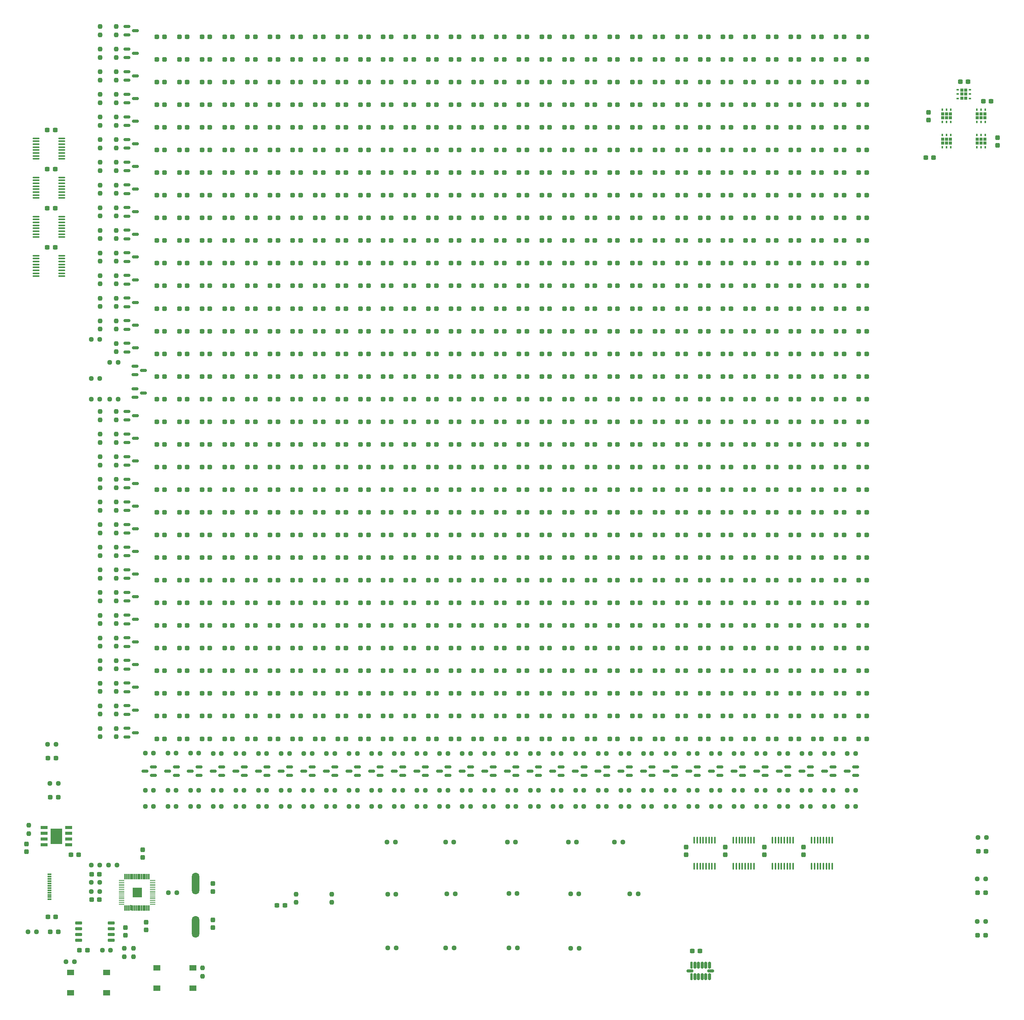
<source format=gtp>
%TF.GenerationSoftware,KiCad,Pcbnew,(6.0.0)*%
%TF.CreationDate,2022-01-30T17:43:53-05:00*%
%TF.ProjectId,fancyGradCap_rev2,66616e63-7947-4726-9164-4361705f7265,1*%
%TF.SameCoordinates,Original*%
%TF.FileFunction,Paste,Top*%
%TF.FilePolarity,Positive*%
%FSLAX46Y46*%
G04 Gerber Fmt 4.6, Leading zero omitted, Abs format (unit mm)*
G04 Created by KiCad (PCBNEW (6.0.0)) date 2022-01-30 17:43:53*
%MOMM*%
%LPD*%
G01*
G04 APERTURE LIST*
G04 Aperture macros list*
%AMRoundRect*
0 Rectangle with rounded corners*
0 $1 Rounding radius*
0 $2 $3 $4 $5 $6 $7 $8 $9 X,Y pos of 4 corners*
0 Add a 4 corners polygon primitive as box body*
4,1,4,$2,$3,$4,$5,$6,$7,$8,$9,$2,$3,0*
0 Add four circle primitives for the rounded corners*
1,1,$1+$1,$2,$3*
1,1,$1+$1,$4,$5*
1,1,$1+$1,$6,$7*
1,1,$1+$1,$8,$9*
0 Add four rect primitives between the rounded corners*
20,1,$1+$1,$2,$3,$4,$5,0*
20,1,$1+$1,$4,$5,$6,$7,0*
20,1,$1+$1,$6,$7,$8,$9,0*
20,1,$1+$1,$8,$9,$2,$3,0*%
G04 Aperture macros list end*
%ADD10C,0.010000*%
%ADD11RoundRect,0.150000X-0.150000X0.603500X-0.150000X-0.603500X0.150000X-0.603500X0.150000X0.603500X0*%
%ADD12RoundRect,0.146500X-0.146500X0.607000X-0.146500X-0.607000X0.146500X-0.607000X0.146500X0.607000X0*%
%ADD13RoundRect,0.150000X-0.611500X0.150000X-0.611500X-0.150000X0.611500X-0.150000X0.611500X0.150000X0*%
%ADD14RoundRect,0.237500X-0.287500X-0.237500X0.287500X-0.237500X0.287500X0.237500X-0.287500X0.237500X0*%
%ADD15RoundRect,0.237500X-0.250000X-0.237500X0.250000X-0.237500X0.250000X0.237500X-0.250000X0.237500X0*%
%ADD16RoundRect,0.237500X0.250000X0.237500X-0.250000X0.237500X-0.250000X-0.237500X0.250000X-0.237500X0*%
%ADD17RoundRect,0.237500X0.237500X-0.300000X0.237500X0.300000X-0.237500X0.300000X-0.237500X-0.300000X0*%
%ADD18RoundRect,0.237500X0.237500X-0.250000X0.237500X0.250000X-0.237500X0.250000X-0.237500X-0.250000X0*%
%ADD19RoundRect,0.100000X0.100000X-0.637500X0.100000X0.637500X-0.100000X0.637500X-0.100000X-0.637500X0*%
%ADD20RoundRect,0.150000X0.587500X0.150000X-0.587500X0.150000X-0.587500X-0.150000X0.587500X-0.150000X0*%
%ADD21RoundRect,0.237500X-0.237500X0.250000X-0.237500X-0.250000X0.237500X-0.250000X0.237500X0.250000X0*%
%ADD22RoundRect,0.237500X0.300000X0.237500X-0.300000X0.237500X-0.300000X-0.237500X0.300000X-0.237500X0*%
%ADD23RoundRect,0.237500X-0.237500X0.300000X-0.237500X-0.300000X0.237500X-0.300000X0.237500X0.300000X0*%
%ADD24RoundRect,0.150000X-0.587500X-0.150000X0.587500X-0.150000X0.587500X0.150000X-0.587500X0.150000X0*%
%ADD25RoundRect,0.100000X-0.637500X-0.100000X0.637500X-0.100000X0.637500X0.100000X-0.637500X0.100000X0*%
%ADD26RoundRect,0.237500X-0.300000X-0.237500X0.300000X-0.237500X0.300000X0.237500X-0.300000X0.237500X0*%
%ADD27R,0.730000X0.660000*%
%ADD28R,0.450000X0.630000*%
%ADD29R,0.900000X0.300000*%
%ADD30RoundRect,0.237500X0.287500X0.237500X-0.287500X0.237500X-0.287500X-0.237500X0.287500X-0.237500X0*%
%ADD31R,1.550000X1.300000*%
%ADD32RoundRect,0.006000X0.094000X-0.582000X0.094000X0.582000X-0.094000X0.582000X-0.094000X-0.582000X0*%
%ADD33RoundRect,0.005760X0.090240X-0.582240X0.090240X0.582240X-0.090240X0.582240X-0.090240X-0.582240X0*%
%ADD34RoundRect,0.020000X0.568000X-0.080000X0.568000X0.080000X-0.568000X0.080000X-0.568000X-0.080000X0*%
%ADD35RoundRect,0.019200X0.568800X-0.076800X0.568800X0.076800X-0.568800X0.076800X-0.568800X-0.076800X0*%
%ADD36RoundRect,0.018600X0.569400X-0.074400X0.569400X0.074400X-0.569400X0.074400X-0.569400X-0.074400X0*%
%ADD37RoundRect,0.150000X0.650000X0.150000X-0.650000X0.150000X-0.650000X-0.150000X0.650000X-0.150000X0*%
%ADD38R,1.525000X0.700000*%
%ADD39R,2.513000X3.402000*%
%ADD40RoundRect,0.664200X-0.145800X1.695800X-0.145800X-1.695800X0.145800X-1.695800X0.145800X1.695800X0*%
%ADD41R,0.660000X0.730000*%
%ADD42R,0.630000X0.450000*%
G04 APERTURE END LIST*
D10*
%TO.C,U10*%
X16292000Y-196231700D02*
X16292000Y-194271700D01*
X16292000Y-194271700D02*
X18252000Y-194271700D01*
X18252000Y-194271700D02*
X18252000Y-196231700D01*
X18252000Y-196231700D02*
X16292000Y-196231700D01*
G36*
X18252000Y-196231700D02*
G01*
X16292000Y-196231700D01*
X16292000Y-194271700D01*
X18252000Y-194271700D01*
X18252000Y-196231700D01*
G37*
X18252000Y-196231700D02*
X16292000Y-196231700D01*
X16292000Y-194271700D01*
X18252000Y-194271700D01*
X18252000Y-196231700D01*
%TD*%
D11*
%TO.C,U17*%
X143636750Y-211319500D03*
X142836750Y-211319500D03*
X142036750Y-211319500D03*
X141236750Y-211319500D03*
X140436750Y-211319500D03*
D12*
X139643750Y-211319500D03*
D13*
X139350250Y-212598000D03*
D12*
X139643750Y-213876500D03*
D11*
X140436750Y-213876500D03*
X141236750Y-213876500D03*
X142036750Y-213876500D03*
X142836750Y-213876500D03*
X143636750Y-213876500D03*
D13*
X143923250Y-212598000D03*
%TD*%
D14*
%TO.C,D875*%
X71625000Y-141350000D03*
X73375000Y-141350000D03*
%TD*%
%TO.C,D802*%
X26625000Y-131350000D03*
X28375000Y-131350000D03*
%TD*%
%TO.C,D1012*%
X116625000Y-161350000D03*
X118375000Y-161350000D03*
%TD*%
%TO.C,D51*%
X111625000Y-11350000D03*
X113375000Y-11350000D03*
%TD*%
D15*
%TO.C,R191*%
X100830250Y-184199500D03*
X99005250Y-184199500D03*
%TD*%
D16*
%TO.C,R91*%
X150912500Y-176276000D03*
X149087500Y-176276000D03*
%TD*%
D15*
%TO.C,R31*%
X169087500Y-164592000D03*
X170912500Y-164592000D03*
%TD*%
D14*
%TO.C,D659*%
X111625000Y-106350000D03*
X113375000Y-106350000D03*
%TD*%
%TO.C,D450*%
X26625000Y-76350000D03*
X28375000Y-76350000D03*
%TD*%
%TO.C,D1014*%
X126625000Y-161350000D03*
X128375000Y-161350000D03*
%TD*%
%TO.C,D306*%
X106625000Y-51350000D03*
X108375000Y-51350000D03*
%TD*%
%TO.C,D175*%
X91625000Y-31350000D03*
X93375000Y-31350000D03*
%TD*%
%TO.C,D176*%
X96625000Y-31350000D03*
X98375000Y-31350000D03*
%TD*%
%TO.C,D649*%
X61625000Y-106350000D03*
X63375000Y-106350000D03*
%TD*%
D17*
%TO.C,C21*%
X-7112000Y-186282500D03*
X-7112000Y-184557500D03*
%TD*%
D14*
%TO.C,D104*%
X56625000Y-21350000D03*
X58375000Y-21350000D03*
%TD*%
D16*
%TO.C,R44*%
X35912500Y-176276000D03*
X34087500Y-176276000D03*
%TD*%
D14*
%TO.C,D687*%
X91625000Y-111350000D03*
X93375000Y-111350000D03*
%TD*%
%TO.C,D465*%
X101625000Y-76350000D03*
X103375000Y-76350000D03*
%TD*%
%TO.C,D312*%
X136625000Y-51350000D03*
X138375000Y-51350000D03*
%TD*%
%TO.C,D24*%
X136625000Y-6350000D03*
X138375000Y-6350000D03*
%TD*%
%TO.C,D102*%
X46625000Y-21350000D03*
X48375000Y-21350000D03*
%TD*%
D18*
%TO.C,R110*%
X12700000Y-30912500D03*
X12700000Y-29087500D03*
%TD*%
D14*
%TO.C,D704*%
X176625000Y-111350000D03*
X178375000Y-111350000D03*
%TD*%
%TO.C,D101*%
X41625000Y-21350000D03*
X43375000Y-21350000D03*
%TD*%
%TO.C,D795*%
X151625000Y-126350000D03*
X153375000Y-126350000D03*
%TD*%
%TO.C,D1026*%
X-1891000Y-174244000D03*
X-141000Y-174244000D03*
%TD*%
%TO.C,D778*%
X66625000Y-126350000D03*
X68375000Y-126350000D03*
%TD*%
D16*
%TO.C,R54*%
X85912500Y-172720000D03*
X84087500Y-172720000D03*
%TD*%
D15*
%TO.C,R18*%
X104087500Y-164592000D03*
X105912500Y-164592000D03*
%TD*%
D14*
%TO.C,D130*%
X26625000Y-26350000D03*
X28375000Y-26350000D03*
%TD*%
D19*
%TO.C,U2*%
X148926000Y-189484000D03*
X149576000Y-189484000D03*
X150226000Y-189484000D03*
X150876000Y-189484000D03*
X151526000Y-189484000D03*
X152176000Y-189484000D03*
X152826000Y-189484000D03*
X153476000Y-189484000D03*
X153476000Y-183759000D03*
X152826000Y-183759000D03*
X152176000Y-183759000D03*
X151526000Y-183759000D03*
X150876000Y-183759000D03*
X150226000Y-183759000D03*
X149576000Y-183759000D03*
X148926000Y-183759000D03*
%TD*%
D14*
%TO.C,D201*%
X61625000Y-36350000D03*
X63375000Y-36350000D03*
%TD*%
%TO.C,D410*%
X146625000Y-66350000D03*
X148375000Y-66350000D03*
%TD*%
%TO.C,D331*%
X71625000Y-56350000D03*
X73375000Y-56350000D03*
%TD*%
%TO.C,D454*%
X46625000Y-76350000D03*
X48375000Y-76350000D03*
%TD*%
%TO.C,D440*%
X136625000Y-71350000D03*
X138375000Y-71350000D03*
%TD*%
D15*
%TO.C,R17*%
X99087500Y-164592000D03*
X100912500Y-164592000D03*
%TD*%
D14*
%TO.C,D577*%
X21625000Y-96350000D03*
X23375000Y-96350000D03*
%TD*%
D16*
%TO.C,R163*%
X-103500Y-171196000D03*
X-1928500Y-171196000D03*
%TD*%
D14*
%TO.C,D522*%
X66625000Y-86350000D03*
X68375000Y-86350000D03*
%TD*%
%TO.C,D591*%
X91625000Y-96350000D03*
X93375000Y-96350000D03*
%TD*%
%TO.C,D733*%
X161625000Y-116350000D03*
X163375000Y-116350000D03*
%TD*%
%TO.C,D958*%
X166625000Y-151350000D03*
X168375000Y-151350000D03*
%TD*%
%TO.C,D996*%
X36625000Y-161350000D03*
X38375000Y-161350000D03*
%TD*%
%TO.C,D539*%
X151625000Y-86350000D03*
X153375000Y-86350000D03*
%TD*%
D20*
%TO.C,Q28*%
X155937500Y-169450000D03*
X155937500Y-167550000D03*
X154062500Y-168500000D03*
%TD*%
D14*
%TO.C,D644*%
X36625000Y-106350000D03*
X38375000Y-106350000D03*
%TD*%
%TO.C,D401*%
X101625000Y-66350000D03*
X103375000Y-66350000D03*
%TD*%
D21*
%TO.C,R103*%
X9144000Y-34087500D03*
X9144000Y-35912500D03*
%TD*%
D14*
%TO.C,D901*%
X41625000Y-146350000D03*
X43375000Y-146350000D03*
%TD*%
%TO.C,D58*%
X146625000Y-11350000D03*
X148375000Y-11350000D03*
%TD*%
%TO.C,D877*%
X81625000Y-141350000D03*
X83375000Y-141350000D03*
%TD*%
%TO.C,D766*%
X166625000Y-121350000D03*
X168375000Y-121350000D03*
%TD*%
%TO.C,D184*%
X136625000Y-31350000D03*
X138375000Y-31350000D03*
%TD*%
%TO.C,D612*%
X36625000Y-101350000D03*
X38375000Y-101350000D03*
%TD*%
%TO.C,D858*%
X146625000Y-136350000D03*
X148375000Y-136350000D03*
%TD*%
%TO.C,D783*%
X91625000Y-126350000D03*
X93375000Y-126350000D03*
%TD*%
%TO.C,D336*%
X96625000Y-56350000D03*
X98375000Y-56350000D03*
%TD*%
%TO.C,D391*%
X51625000Y-66350000D03*
X53375000Y-66350000D03*
%TD*%
%TO.C,D76*%
X76625000Y-16350000D03*
X78375000Y-16350000D03*
%TD*%
%TO.C,D707*%
X31625000Y-116350000D03*
X33375000Y-116350000D03*
%TD*%
%TO.C,D332*%
X76625000Y-56350000D03*
X78375000Y-56350000D03*
%TD*%
%TO.C,D992*%
X176625000Y-156350000D03*
X178375000Y-156350000D03*
%TD*%
%TO.C,D29*%
X161625000Y-6350000D03*
X163375000Y-6350000D03*
%TD*%
%TO.C,D883*%
X111625000Y-141350000D03*
X113375000Y-141350000D03*
%TD*%
D15*
%TO.C,R22*%
X124087500Y-164592000D03*
X125912500Y-164592000D03*
%TD*%
D14*
%TO.C,D966*%
X46625000Y-156350000D03*
X48375000Y-156350000D03*
%TD*%
%TO.C,D479*%
X171625000Y-76350000D03*
X173375000Y-76350000D03*
%TD*%
D22*
%TO.C,C22*%
X4418500Y-186944000D03*
X2693500Y-186944000D03*
%TD*%
D14*
%TO.C,D740*%
X36625000Y-121350000D03*
X38375000Y-121350000D03*
%TD*%
%TO.C,D691*%
X111625000Y-111350000D03*
X113375000Y-111350000D03*
%TD*%
%TO.C,D445*%
X161625000Y-71350000D03*
X163375000Y-71350000D03*
%TD*%
%TO.C,D82*%
X106625000Y-16350000D03*
X108375000Y-16350000D03*
%TD*%
D16*
%TO.C,R47*%
X50912500Y-176276000D03*
X49087500Y-176276000D03*
%TD*%
D14*
%TO.C,D5*%
X41625000Y-6350000D03*
X43375000Y-6350000D03*
%TD*%
%TO.C,D537*%
X141625000Y-86350000D03*
X143375000Y-86350000D03*
%TD*%
%TO.C,D797*%
X161625000Y-126350000D03*
X163375000Y-126350000D03*
%TD*%
%TO.C,D173*%
X81625000Y-31350000D03*
X83375000Y-31350000D03*
%TD*%
D15*
%TO.C,R181*%
X9605000Y-208005500D03*
X11430000Y-208005500D03*
%TD*%
D14*
%TO.C,D435*%
X111625000Y-71350000D03*
X113375000Y-71350000D03*
%TD*%
D16*
%TO.C,R64*%
X95912500Y-176276000D03*
X94087500Y-176276000D03*
%TD*%
D14*
%TO.C,D370*%
X106625000Y-61350000D03*
X108375000Y-61350000D03*
%TD*%
D15*
%TO.C,R3*%
X29087500Y-164500000D03*
X30912500Y-164500000D03*
%TD*%
D14*
%TO.C,D998*%
X46625000Y-161350000D03*
X48375000Y-161350000D03*
%TD*%
%TO.C,D889*%
X141625000Y-141350000D03*
X143375000Y-141350000D03*
%TD*%
%TO.C,D552*%
X56625000Y-91350000D03*
X58375000Y-91350000D03*
%TD*%
%TO.C,D911*%
X91625000Y-146350000D03*
X93375000Y-146350000D03*
%TD*%
%TO.C,D309*%
X121625000Y-51350000D03*
X123375000Y-51350000D03*
%TD*%
%TO.C,D74*%
X66625000Y-16350000D03*
X68375000Y-16350000D03*
%TD*%
%TO.C,D954*%
X146625000Y-151350000D03*
X148375000Y-151350000D03*
%TD*%
D21*
%TO.C,R145*%
X9144000Y-124087500D03*
X9144000Y-125912500D03*
%TD*%
D14*
%TO.C,D39*%
X51625000Y-11350000D03*
X53375000Y-11350000D03*
%TD*%
%TO.C,D154*%
X146625000Y-26350000D03*
X148375000Y-26350000D03*
%TD*%
D16*
%TO.C,R76*%
X115912500Y-176276000D03*
X114087500Y-176276000D03*
%TD*%
D14*
%TO.C,D688*%
X96625000Y-111350000D03*
X98375000Y-111350000D03*
%TD*%
D18*
%TO.C,R140*%
X12700000Y-100912500D03*
X12700000Y-99087500D03*
%TD*%
D20*
%TO.C,Q14*%
X85937500Y-169450000D03*
X85937500Y-167550000D03*
X84062500Y-168500000D03*
%TD*%
D16*
%TO.C,R49*%
X60912500Y-172720000D03*
X59087500Y-172720000D03*
%TD*%
D14*
%TO.C,D582*%
X46625000Y-96350000D03*
X48375000Y-96350000D03*
%TD*%
%TO.C,D729*%
X141625000Y-116350000D03*
X143375000Y-116350000D03*
%TD*%
%TO.C,D43*%
X71625000Y-11350000D03*
X73375000Y-11350000D03*
%TD*%
D23*
%TO.C,C1*%
X138501000Y-185251000D03*
X138501000Y-186976000D03*
%TD*%
D15*
%TO.C,R161*%
X7215500Y-195073900D03*
X9040500Y-195073900D03*
%TD*%
D14*
%TO.C,D185*%
X141625000Y-31350000D03*
X143375000Y-31350000D03*
%TD*%
%TO.C,D1021*%
X161625000Y-161350000D03*
X163375000Y-161350000D03*
%TD*%
%TO.C,D192*%
X176625000Y-31350000D03*
X178375000Y-31350000D03*
%TD*%
%TO.C,D52*%
X116625000Y-11350000D03*
X118375000Y-11350000D03*
%TD*%
D16*
%TO.C,R58*%
X65912500Y-176276000D03*
X64087500Y-176276000D03*
%TD*%
D14*
%TO.C,D194*%
X26625000Y-36350000D03*
X28375000Y-36350000D03*
%TD*%
%TO.C,D999*%
X51625000Y-161350000D03*
X53375000Y-161350000D03*
%TD*%
%TO.C,D281*%
X141625000Y-46350000D03*
X143375000Y-46350000D03*
%TD*%
%TO.C,D71*%
X51625000Y-16350000D03*
X53375000Y-16350000D03*
%TD*%
D16*
%TO.C,R57*%
X60912500Y-176276000D03*
X59087500Y-176276000D03*
%TD*%
D14*
%TO.C,D361*%
X61625000Y-61350000D03*
X63375000Y-61350000D03*
%TD*%
%TO.C,D277*%
X121625000Y-46350000D03*
X123375000Y-46350000D03*
%TD*%
D19*
%TO.C,U1*%
X140290000Y-189484000D03*
X140940000Y-189484000D03*
X141590000Y-189484000D03*
X142240000Y-189484000D03*
X142890000Y-189484000D03*
X143540000Y-189484000D03*
X144190000Y-189484000D03*
X144840000Y-189484000D03*
X144840000Y-183759000D03*
X144190000Y-183759000D03*
X143540000Y-183759000D03*
X142890000Y-183759000D03*
X142240000Y-183759000D03*
X141590000Y-183759000D03*
X140940000Y-183759000D03*
X140290000Y-183759000D03*
%TD*%
D14*
%TO.C,D315*%
X151625000Y-51350000D03*
X153375000Y-51350000D03*
%TD*%
%TO.C,D547*%
X31625000Y-91350000D03*
X33375000Y-91350000D03*
%TD*%
%TO.C,D716*%
X76625000Y-116350000D03*
X78375000Y-116350000D03*
%TD*%
%TO.C,D291*%
X31625000Y-51350000D03*
X33375000Y-51350000D03*
%TD*%
%TO.C,D587*%
X71625000Y-96350000D03*
X73375000Y-96350000D03*
%TD*%
%TO.C,D1016*%
X136625000Y-161350000D03*
X138375000Y-161350000D03*
%TD*%
%TO.C,D810*%
X66625000Y-131350000D03*
X68375000Y-131350000D03*
%TD*%
D24*
%TO.C,Q50*%
X15062500Y-89050000D03*
X15062500Y-90950000D03*
X16937500Y-90000000D03*
%TD*%
D14*
%TO.C,D103*%
X51625000Y-21350000D03*
X53375000Y-21350000D03*
%TD*%
D16*
%TO.C,R46*%
X45912500Y-176276000D03*
X44087500Y-176276000D03*
%TD*%
D14*
%TO.C,D751*%
X91625000Y-121350000D03*
X93375000Y-121350000D03*
%TD*%
D15*
%TO.C,R25*%
X139087500Y-164592000D03*
X140912500Y-164592000D03*
%TD*%
D14*
%TO.C,D38*%
X46625000Y-11350000D03*
X48375000Y-11350000D03*
%TD*%
D25*
%TO.C,U7*%
X-5048000Y-46038139D03*
X-5048000Y-46688139D03*
X-5048000Y-47338139D03*
X-5048000Y-47988139D03*
X-5048000Y-48638139D03*
X-5048000Y-49288139D03*
X-5048000Y-49938139D03*
X-5048000Y-50588139D03*
X677000Y-50588139D03*
X677000Y-49938139D03*
X677000Y-49288139D03*
X677000Y-48638139D03*
X677000Y-47988139D03*
X677000Y-47338139D03*
X677000Y-46688139D03*
X677000Y-46038139D03*
%TD*%
D14*
%TO.C,D400*%
X96625000Y-66350000D03*
X98375000Y-66350000D03*
%TD*%
%TO.C,D136*%
X56625000Y-26350000D03*
X58375000Y-26350000D03*
%TD*%
%TO.C,D248*%
X136625000Y-41350000D03*
X138375000Y-41350000D03*
%TD*%
%TO.C,D726*%
X126625000Y-116350000D03*
X128375000Y-116350000D03*
%TD*%
%TO.C,D87*%
X131625000Y-16350000D03*
X133375000Y-16350000D03*
%TD*%
%TO.C,D10*%
X66625000Y-6350000D03*
X68375000Y-6350000D03*
%TD*%
D15*
%TO.C,R129*%
X7215500Y-86360000D03*
X9040500Y-86360000D03*
%TD*%
D14*
%TO.C,D856*%
X136625000Y-136350000D03*
X138375000Y-136350000D03*
%TD*%
%TO.C,D675*%
X31625000Y-111350000D03*
X33375000Y-111350000D03*
%TD*%
%TO.C,D75*%
X71625000Y-16350000D03*
X73375000Y-16350000D03*
%TD*%
%TO.C,D476*%
X156625000Y-76350000D03*
X158375000Y-76350000D03*
%TD*%
%TO.C,D1008*%
X96625000Y-161350000D03*
X98375000Y-161350000D03*
%TD*%
%TO.C,D984*%
X136625000Y-156350000D03*
X138375000Y-156350000D03*
%TD*%
%TO.C,D616*%
X56625000Y-101350000D03*
X58375000Y-101350000D03*
%TD*%
D20*
%TO.C,Q16*%
X95937500Y-169450000D03*
X95937500Y-167550000D03*
X94062500Y-168500000D03*
%TD*%
D15*
%TO.C,R194*%
X85447500Y-207518000D03*
X87272500Y-207518000D03*
%TD*%
D14*
%TO.C,D298*%
X66625000Y-51350000D03*
X68375000Y-51350000D03*
%TD*%
%TO.C,D473*%
X141625000Y-76350000D03*
X143375000Y-76350000D03*
%TD*%
%TO.C,D739*%
X31625000Y-121350000D03*
X33375000Y-121350000D03*
%TD*%
%TO.C,D389*%
X41625000Y-66350000D03*
X43375000Y-66350000D03*
%TD*%
%TO.C,D682*%
X66625000Y-111350000D03*
X68375000Y-111350000D03*
%TD*%
%TO.C,D923*%
X151625000Y-146350000D03*
X153375000Y-146350000D03*
%TD*%
%TO.C,D266*%
X66625000Y-46350000D03*
X68375000Y-46350000D03*
%TD*%
%TO.C,D20*%
X116625000Y-6350000D03*
X118375000Y-6350000D03*
%TD*%
%TO.C,D286*%
X166625000Y-46350000D03*
X168375000Y-46350000D03*
%TD*%
%TO.C,D302*%
X86625000Y-51350000D03*
X88375000Y-51350000D03*
%TD*%
D16*
%TO.C,R71*%
X130912500Y-172720000D03*
X129087500Y-172720000D03*
%TD*%
D14*
%TO.C,D384*%
X176625000Y-61350000D03*
X178375000Y-61350000D03*
%TD*%
%TO.C,D206*%
X86625000Y-36350000D03*
X88375000Y-36350000D03*
%TD*%
%TO.C,D870*%
X46625000Y-141350000D03*
X48375000Y-141350000D03*
%TD*%
%TO.C,D148*%
X116625000Y-26350000D03*
X118375000Y-26350000D03*
%TD*%
D21*
%TO.C,R117*%
X9144000Y-64087500D03*
X9144000Y-65912500D03*
%TD*%
D14*
%TO.C,D349*%
X161625000Y-56350000D03*
X163375000Y-56350000D03*
%TD*%
%TO.C,D731*%
X151625000Y-116350000D03*
X153375000Y-116350000D03*
%TD*%
%TO.C,D259*%
X31625000Y-46350000D03*
X33375000Y-46350000D03*
%TD*%
%TO.C,D11*%
X71625000Y-6350000D03*
X73375000Y-6350000D03*
%TD*%
%TO.C,D988*%
X156625000Y-156350000D03*
X158375000Y-156350000D03*
%TD*%
D15*
%TO.C,R5*%
X39087500Y-164592000D03*
X40912500Y-164592000D03*
%TD*%
D14*
%TO.C,D571*%
X151625000Y-91350000D03*
X153375000Y-91350000D03*
%TD*%
%TO.C,D646*%
X46625000Y-106350000D03*
X48375000Y-106350000D03*
%TD*%
%TO.C,D503*%
X131625000Y-81350000D03*
X133375000Y-81350000D03*
%TD*%
%TO.C,D474*%
X146625000Y-76350000D03*
X148375000Y-76350000D03*
%TD*%
D21*
%TO.C,R116*%
X9144000Y-59087500D03*
X9144000Y-60912500D03*
%TD*%
D14*
%TO.C,D782*%
X86625000Y-126350000D03*
X88375000Y-126350000D03*
%TD*%
%TO.C,D990*%
X166625000Y-156350000D03*
X168375000Y-156350000D03*
%TD*%
%TO.C,D925*%
X161625000Y-146350000D03*
X163375000Y-146350000D03*
%TD*%
D16*
%TO.C,R48*%
X55912500Y-176276000D03*
X54087500Y-176276000D03*
%TD*%
D14*
%TO.C,D22*%
X126625000Y-6350000D03*
X128375000Y-6350000D03*
%TD*%
%TO.C,D951*%
X131625000Y-151350000D03*
X133375000Y-151350000D03*
%TD*%
%TO.C,D153*%
X141625000Y-26350000D03*
X143375000Y-26350000D03*
%TD*%
%TO.C,D967*%
X51625000Y-156350000D03*
X53375000Y-156350000D03*
%TD*%
%TO.C,D41*%
X61625000Y-11350000D03*
X63375000Y-11350000D03*
%TD*%
%TO.C,D211*%
X111625000Y-36350000D03*
X113375000Y-36350000D03*
%TD*%
%TO.C,D54*%
X126625000Y-11350000D03*
X128375000Y-11350000D03*
%TD*%
%TO.C,D461*%
X81625000Y-76350000D03*
X83375000Y-76350000D03*
%TD*%
%TO.C,D942*%
X86625000Y-151350000D03*
X88375000Y-151350000D03*
%TD*%
%TO.C,D483*%
X31625000Y-81350000D03*
X33375000Y-81350000D03*
%TD*%
%TO.C,D629*%
X121625000Y-101350000D03*
X123375000Y-101350000D03*
%TD*%
%TO.C,D562*%
X106625000Y-91350000D03*
X108375000Y-91350000D03*
%TD*%
%TO.C,D233*%
X61625000Y-41350000D03*
X63375000Y-41350000D03*
%TD*%
%TO.C,D624*%
X96625000Y-101350000D03*
X98375000Y-101350000D03*
%TD*%
%TO.C,D701*%
X161625000Y-111350000D03*
X163375000Y-111350000D03*
%TD*%
%TO.C,D761*%
X141625000Y-121350000D03*
X143375000Y-121350000D03*
%TD*%
%TO.C,D921*%
X141625000Y-146350000D03*
X143375000Y-146350000D03*
%TD*%
%TO.C,D433*%
X101625000Y-71350000D03*
X103375000Y-71350000D03*
%TD*%
%TO.C,D666*%
X146625000Y-106350000D03*
X148375000Y-106350000D03*
%TD*%
%TO.C,D98*%
X26625000Y-21350000D03*
X28375000Y-21350000D03*
%TD*%
%TO.C,D654*%
X86625000Y-106350000D03*
X88375000Y-106350000D03*
%TD*%
D22*
%TO.C,C8*%
X-815000Y-52885139D03*
X-2540000Y-52885139D03*
%TD*%
D14*
%TO.C,D1018*%
X146625000Y-161350000D03*
X148375000Y-161350000D03*
%TD*%
%TO.C,D69*%
X41625000Y-16350000D03*
X43375000Y-16350000D03*
%TD*%
%TO.C,D882*%
X106625000Y-141350000D03*
X108375000Y-141350000D03*
%TD*%
D20*
%TO.C,Q29*%
X160937500Y-169450000D03*
X160937500Y-167550000D03*
X159062500Y-168500000D03*
%TD*%
D14*
%TO.C,D406*%
X126625000Y-66350000D03*
X128375000Y-66350000D03*
%TD*%
D21*
%TO.C,R100*%
X9144000Y-19087500D03*
X9144000Y-20912500D03*
%TD*%
D14*
%TO.C,D109*%
X81625000Y-21350000D03*
X83375000Y-21350000D03*
%TD*%
%TO.C,D876*%
X76625000Y-141350000D03*
X78375000Y-141350000D03*
%TD*%
%TO.C,D775*%
X51625000Y-126350000D03*
X53375000Y-126350000D03*
%TD*%
%TO.C,D983*%
X131625000Y-156350000D03*
X133375000Y-156350000D03*
%TD*%
%TO.C,D829*%
X161625000Y-131350000D03*
X163375000Y-131350000D03*
%TD*%
%TO.C,D280*%
X136625000Y-46350000D03*
X138375000Y-46350000D03*
%TD*%
%TO.C,D933*%
X41625000Y-151350000D03*
X43375000Y-151350000D03*
%TD*%
D25*
%TO.C,U5*%
X-5048000Y-28766139D03*
X-5048000Y-29416139D03*
X-5048000Y-30066139D03*
X-5048000Y-30716139D03*
X-5048000Y-31366139D03*
X-5048000Y-32016139D03*
X-5048000Y-32666139D03*
X-5048000Y-33316139D03*
X677000Y-33316139D03*
X677000Y-32666139D03*
X677000Y-32016139D03*
X677000Y-31366139D03*
X677000Y-30716139D03*
X677000Y-30066139D03*
X677000Y-29416139D03*
X677000Y-28766139D03*
%TD*%
D14*
%TO.C,D821*%
X121625000Y-131350000D03*
X123375000Y-131350000D03*
%TD*%
%TO.C,D676*%
X36625000Y-111350000D03*
X38375000Y-111350000D03*
%TD*%
%TO.C,D161*%
X21625000Y-31350000D03*
X23375000Y-31350000D03*
%TD*%
D24*
%TO.C,Q52*%
X15062500Y-99050000D03*
X15062500Y-100950000D03*
X16937500Y-100000000D03*
%TD*%
D14*
%TO.C,D595*%
X111625000Y-96350000D03*
X113375000Y-96350000D03*
%TD*%
%TO.C,D843*%
X71625000Y-136350000D03*
X73375000Y-136350000D03*
%TD*%
%TO.C,D180*%
X116625000Y-31350000D03*
X118375000Y-31350000D03*
%TD*%
%TO.C,D17*%
X101625000Y-6350000D03*
X103375000Y-6350000D03*
%TD*%
%TO.C,D363*%
X71625000Y-61350000D03*
X73375000Y-61350000D03*
%TD*%
%TO.C,D570*%
X146625000Y-91350000D03*
X148375000Y-91350000D03*
%TD*%
%TO.C,D230*%
X46625000Y-41350000D03*
X48375000Y-41350000D03*
%TD*%
%TO.C,D650*%
X66625000Y-106350000D03*
X68375000Y-106350000D03*
%TD*%
%TO.C,D520*%
X56625000Y-86350000D03*
X58375000Y-86350000D03*
%TD*%
%TO.C,D59*%
X151625000Y-11350000D03*
X153375000Y-11350000D03*
%TD*%
D23*
%TO.C,C4*%
X164409000Y-185251000D03*
X164409000Y-186976000D03*
%TD*%
D14*
%TO.C,D301*%
X81625000Y-51350000D03*
X83375000Y-51350000D03*
%TD*%
%TO.C,D152*%
X136625000Y-26350000D03*
X138375000Y-26350000D03*
%TD*%
%TO.C,D2*%
X26625000Y-6350000D03*
X28375000Y-6350000D03*
%TD*%
%TO.C,D1013*%
X121625000Y-161350000D03*
X123375000Y-161350000D03*
%TD*%
%TO.C,D514*%
X26625000Y-86350000D03*
X28375000Y-86350000D03*
%TD*%
%TO.C,D303*%
X91625000Y-51350000D03*
X93375000Y-51350000D03*
%TD*%
%TO.C,D832*%
X176625000Y-131350000D03*
X178375000Y-131350000D03*
%TD*%
%TO.C,D605*%
X161625000Y-96350000D03*
X163375000Y-96350000D03*
%TD*%
%TO.C,D781*%
X81625000Y-126350000D03*
X83375000Y-126350000D03*
%TD*%
%TO.C,D709*%
X41625000Y-116350000D03*
X43375000Y-116350000D03*
%TD*%
D15*
%TO.C,R193*%
X114300000Y-184199500D03*
X112475000Y-184199500D03*
%TD*%
D14*
%TO.C,D40*%
X56625000Y-11350000D03*
X58375000Y-11350000D03*
%TD*%
%TO.C,D3*%
X31625000Y-6350000D03*
X33375000Y-6350000D03*
%TD*%
%TO.C,D978*%
X106625000Y-156350000D03*
X108375000Y-156350000D03*
%TD*%
%TO.C,D464*%
X96625000Y-76350000D03*
X98375000Y-76350000D03*
%TD*%
D15*
%TO.C,R32*%
X174087500Y-164592000D03*
X175912500Y-164592000D03*
%TD*%
D14*
%TO.C,D121*%
X141625000Y-21350000D03*
X143375000Y-21350000D03*
%TD*%
%TO.C,D495*%
X91625000Y-81350000D03*
X93375000Y-81350000D03*
%TD*%
D16*
%TO.C,R63*%
X90912500Y-176276000D03*
X89087500Y-176276000D03*
%TD*%
D14*
%TO.C,D217*%
X141625000Y-36350000D03*
X143375000Y-36350000D03*
%TD*%
%TO.C,D907*%
X71625000Y-146350000D03*
X73375000Y-146350000D03*
%TD*%
%TO.C,D419*%
X31625000Y-71350000D03*
X33375000Y-71350000D03*
%TD*%
%TO.C,D713*%
X61625000Y-116350000D03*
X63375000Y-116350000D03*
%TD*%
%TO.C,D415*%
X171625000Y-66350000D03*
X173375000Y-66350000D03*
%TD*%
%TO.C,D939*%
X71625000Y-151350000D03*
X73375000Y-151350000D03*
%TD*%
%TO.C,D212*%
X116625000Y-36350000D03*
X118375000Y-36350000D03*
%TD*%
%TO.C,D1009*%
X101625000Y-161350000D03*
X103375000Y-161350000D03*
%TD*%
%TO.C,D846*%
X86625000Y-136350000D03*
X88375000Y-136350000D03*
%TD*%
D24*
%TO.C,Q43*%
X15062500Y-54050000D03*
X15062500Y-55950000D03*
X16937500Y-55000000D03*
%TD*%
D14*
%TO.C,D601*%
X141625000Y-96350000D03*
X143375000Y-96350000D03*
%TD*%
%TO.C,D275*%
X111625000Y-46350000D03*
X113375000Y-46350000D03*
%TD*%
%TO.C,D44*%
X76625000Y-11350000D03*
X78375000Y-11350000D03*
%TD*%
%TO.C,D477*%
X161625000Y-76350000D03*
X163375000Y-76350000D03*
%TD*%
%TO.C,D425*%
X61625000Y-71350000D03*
X63375000Y-71350000D03*
%TD*%
%TO.C,D532*%
X116625000Y-86350000D03*
X118375000Y-86350000D03*
%TD*%
%TO.C,D581*%
X41625000Y-96350000D03*
X43375000Y-96350000D03*
%TD*%
%TO.C,D162*%
X26625000Y-31350000D03*
X28375000Y-31350000D03*
%TD*%
D16*
%TO.C,R94*%
X165912500Y-176276000D03*
X164087500Y-176276000D03*
%TD*%
D15*
%TO.C,R4*%
X34087500Y-164592000D03*
X35912500Y-164592000D03*
%TD*%
D14*
%TO.C,D891*%
X151625000Y-141350000D03*
X153375000Y-141350000D03*
%TD*%
%TO.C,D813*%
X81625000Y-131350000D03*
X83375000Y-131350000D03*
%TD*%
%TO.C,D81*%
X101625000Y-16350000D03*
X103375000Y-16350000D03*
%TD*%
%TO.C,D786*%
X106625000Y-126350000D03*
X108375000Y-126350000D03*
%TD*%
%TO.C,D511*%
X171625000Y-81350000D03*
X173375000Y-81350000D03*
%TD*%
%TO.C,D35*%
X31625000Y-11350000D03*
X33375000Y-11350000D03*
%TD*%
D18*
%TO.C,R144*%
X12700000Y-120912500D03*
X12700000Y-119087500D03*
%TD*%
D14*
%TO.C,D276*%
X116625000Y-46350000D03*
X118375000Y-46350000D03*
%TD*%
%TO.C,D719*%
X91625000Y-116350000D03*
X93375000Y-116350000D03*
%TD*%
%TO.C,D431*%
X91625000Y-71350000D03*
X93375000Y-71350000D03*
%TD*%
D22*
%TO.C,C12*%
X8990500Y-191262000D03*
X7265500Y-191262000D03*
%TD*%
D15*
%TO.C,R168*%
X202936500Y-183134000D03*
X204761500Y-183134000D03*
%TD*%
D14*
%TO.C,D174*%
X86625000Y-31350000D03*
X88375000Y-31350000D03*
%TD*%
%TO.C,D849*%
X101625000Y-136350000D03*
X103375000Y-136350000D03*
%TD*%
%TO.C,D746*%
X66625000Y-121350000D03*
X68375000Y-121350000D03*
%TD*%
%TO.C,D48*%
X96625000Y-11350000D03*
X98375000Y-11350000D03*
%TD*%
%TO.C,D156*%
X156625000Y-26350000D03*
X158375000Y-26350000D03*
%TD*%
%TO.C,D756*%
X116625000Y-121350000D03*
X118375000Y-121350000D03*
%TD*%
%TO.C,D521*%
X61625000Y-86350000D03*
X63375000Y-86350000D03*
%TD*%
%TO.C,D652*%
X76625000Y-106350000D03*
X78375000Y-106350000D03*
%TD*%
%TO.C,D181*%
X121625000Y-31350000D03*
X123375000Y-31350000D03*
%TD*%
%TO.C,D353*%
X21625000Y-61350000D03*
X23375000Y-61350000D03*
%TD*%
%TO.C,D240*%
X96625000Y-41350000D03*
X98375000Y-41350000D03*
%TD*%
%TO.C,D347*%
X151625000Y-56350000D03*
X153375000Y-56350000D03*
%TD*%
%TO.C,D920*%
X136625000Y-146350000D03*
X138375000Y-146350000D03*
%TD*%
%TO.C,D681*%
X61625000Y-111350000D03*
X63375000Y-111350000D03*
%TD*%
D18*
%TO.C,R123*%
X12700000Y-55912500D03*
X12700000Y-54087500D03*
%TD*%
D14*
%TO.C,D841*%
X61625000Y-136350000D03*
X63375000Y-136350000D03*
%TD*%
%TO.C,D628*%
X116625000Y-101350000D03*
X118375000Y-101350000D03*
%TD*%
D20*
%TO.C,Q25*%
X140937500Y-169450000D03*
X140937500Y-167550000D03*
X139062500Y-168500000D03*
%TD*%
D14*
%TO.C,D618*%
X66625000Y-101350000D03*
X68375000Y-101350000D03*
%TD*%
%TO.C,D550*%
X46625000Y-91350000D03*
X48375000Y-91350000D03*
%TD*%
%TO.C,D669*%
X161625000Y-106350000D03*
X163375000Y-106350000D03*
%TD*%
%TO.C,D218*%
X146625000Y-36350000D03*
X148375000Y-36350000D03*
%TD*%
%TO.C,D918*%
X126625000Y-146350000D03*
X128375000Y-146350000D03*
%TD*%
%TO.C,D323*%
X31625000Y-56350000D03*
X33375000Y-56350000D03*
%TD*%
%TO.C,D422*%
X46625000Y-71350000D03*
X48375000Y-71350000D03*
%TD*%
D21*
%TO.C,R151*%
X9144000Y-154087500D03*
X9144000Y-155912500D03*
%TD*%
D14*
%TO.C,D683*%
X71625000Y-111350000D03*
X73375000Y-111350000D03*
%TD*%
%TO.C,D374*%
X126625000Y-61350000D03*
X128375000Y-61350000D03*
%TD*%
%TO.C,D105*%
X61625000Y-21350000D03*
X63375000Y-21350000D03*
%TD*%
%TO.C,D107*%
X71625000Y-21350000D03*
X73375000Y-21350000D03*
%TD*%
%TO.C,D498*%
X106625000Y-81350000D03*
X108375000Y-81350000D03*
%TD*%
%TO.C,D884*%
X116625000Y-141350000D03*
X118375000Y-141350000D03*
%TD*%
%TO.C,D838*%
X46625000Y-136350000D03*
X48375000Y-136350000D03*
%TD*%
D16*
%TO.C,R51*%
X70912500Y-172720000D03*
X69087500Y-172720000D03*
%TD*%
D14*
%TO.C,D790*%
X126625000Y-126350000D03*
X128375000Y-126350000D03*
%TD*%
%TO.C,D1024*%
X176625000Y-161350000D03*
X178375000Y-161350000D03*
%TD*%
%TO.C,D862*%
X166625000Y-136350000D03*
X168375000Y-136350000D03*
%TD*%
%TO.C,D613*%
X41625000Y-101350000D03*
X43375000Y-101350000D03*
%TD*%
D23*
%TO.C,C25*%
X207264000Y-28601500D03*
X207264000Y-30326500D03*
%TD*%
D24*
%TO.C,Q63*%
X15062500Y-154050000D03*
X15062500Y-155950000D03*
X16937500Y-155000000D03*
%TD*%
D14*
%TO.C,D885*%
X121625000Y-141350000D03*
X123375000Y-141350000D03*
%TD*%
D18*
%TO.C,R158*%
X12700000Y-150912500D03*
X12700000Y-149087500D03*
%TD*%
D16*
%TO.C,R66*%
X105912500Y-172720000D03*
X104087500Y-172720000D03*
%TD*%
D14*
%TO.C,D743*%
X51625000Y-121350000D03*
X53375000Y-121350000D03*
%TD*%
%TO.C,D334*%
X86625000Y-56350000D03*
X88375000Y-56350000D03*
%TD*%
D15*
%TO.C,R27*%
X149087500Y-164592000D03*
X150912500Y-164592000D03*
%TD*%
D24*
%TO.C,Q46*%
X15062500Y-69050000D03*
X15062500Y-70950000D03*
X16937500Y-70000000D03*
%TD*%
D14*
%TO.C,D769*%
X21625000Y-126350000D03*
X23375000Y-126350000D03*
%TD*%
%TO.C,D728*%
X136625000Y-116350000D03*
X138375000Y-116350000D03*
%TD*%
%TO.C,D34*%
X26625000Y-11350000D03*
X28375000Y-11350000D03*
%TD*%
%TO.C,D840*%
X56625000Y-136350000D03*
X58375000Y-136350000D03*
%TD*%
D20*
%TO.C,Q2*%
X25937500Y-169450000D03*
X25937500Y-167550000D03*
X24062500Y-168500000D03*
%TD*%
D14*
%TO.C,D557*%
X81625000Y-91350000D03*
X83375000Y-91350000D03*
%TD*%
%TO.C,D46*%
X86625000Y-11350000D03*
X88375000Y-11350000D03*
%TD*%
%TO.C,D736*%
X176625000Y-116350000D03*
X178375000Y-116350000D03*
%TD*%
%TO.C,D489*%
X61625000Y-81350000D03*
X63375000Y-81350000D03*
%TD*%
%TO.C,D131*%
X31625000Y-26350000D03*
X33375000Y-26350000D03*
%TD*%
D20*
%TO.C,Q12*%
X75937500Y-169450000D03*
X75937500Y-167550000D03*
X74062500Y-168500000D03*
%TD*%
D14*
%TO.C,D899*%
X31625000Y-146350000D03*
X33375000Y-146350000D03*
%TD*%
%TO.C,D321*%
X21625000Y-56350000D03*
X23375000Y-56350000D03*
%TD*%
%TO.C,D627*%
X111625000Y-101350000D03*
X113375000Y-101350000D03*
%TD*%
%TO.C,D977*%
X101625000Y-156350000D03*
X103375000Y-156350000D03*
%TD*%
%TO.C,D703*%
X171625000Y-111350000D03*
X173375000Y-111350000D03*
%TD*%
%TO.C,D491*%
X71625000Y-81350000D03*
X73375000Y-81350000D03*
%TD*%
D18*
%TO.C,R167*%
X14478000Y-209446500D03*
X14478000Y-207621500D03*
%TD*%
D14*
%TO.C,D955*%
X151625000Y-151350000D03*
X153375000Y-151350000D03*
%TD*%
%TO.C,D842*%
X66625000Y-136350000D03*
X68375000Y-136350000D03*
%TD*%
%TO.C,D818*%
X106625000Y-131350000D03*
X108375000Y-131350000D03*
%TD*%
%TO.C,D80*%
X96625000Y-16350000D03*
X98375000Y-16350000D03*
%TD*%
%TO.C,D32*%
X176625000Y-6350000D03*
X178375000Y-6350000D03*
%TD*%
%TO.C,D694*%
X126625000Y-111350000D03*
X128375000Y-111350000D03*
%TD*%
%TO.C,D64*%
X176625000Y-11350000D03*
X178375000Y-11350000D03*
%TD*%
%TO.C,D737*%
X21625000Y-121350000D03*
X23375000Y-121350000D03*
%TD*%
%TO.C,D56*%
X136625000Y-11350000D03*
X138375000Y-11350000D03*
%TD*%
D24*
%TO.C,Q60*%
X15062500Y-139050000D03*
X15062500Y-140950000D03*
X16937500Y-140000000D03*
%TD*%
D14*
%TO.C,D427*%
X71625000Y-71350000D03*
X73375000Y-71350000D03*
%TD*%
%TO.C,D919*%
X131625000Y-146350000D03*
X133375000Y-146350000D03*
%TD*%
%TO.C,D633*%
X141625000Y-101350000D03*
X143375000Y-101350000D03*
%TD*%
%TO.C,D373*%
X121625000Y-61350000D03*
X123375000Y-61350000D03*
%TD*%
%TO.C,D225*%
X21625000Y-41350000D03*
X23375000Y-41350000D03*
%TD*%
D24*
%TO.C,Q49*%
X16842500Y-84050000D03*
X16842500Y-85950000D03*
X18717500Y-85000000D03*
%TD*%
D26*
%TO.C,C32*%
X139828250Y-208215036D03*
X141553250Y-208215036D03*
%TD*%
D14*
%TO.C,D124*%
X156625000Y-21350000D03*
X158375000Y-21350000D03*
%TD*%
%TO.C,D204*%
X76625000Y-36350000D03*
X78375000Y-36350000D03*
%TD*%
%TO.C,D578*%
X26625000Y-96350000D03*
X28375000Y-96350000D03*
%TD*%
%TO.C,D991*%
X171625000Y-156350000D03*
X173375000Y-156350000D03*
%TD*%
%TO.C,D269*%
X81625000Y-46350000D03*
X83375000Y-46350000D03*
%TD*%
%TO.C,D593*%
X101625000Y-96350000D03*
X103375000Y-96350000D03*
%TD*%
%TO.C,D143*%
X91625000Y-26350000D03*
X93375000Y-26350000D03*
%TD*%
%TO.C,D712*%
X56625000Y-116350000D03*
X58375000Y-116350000D03*
%TD*%
%TO.C,D318*%
X166625000Y-51350000D03*
X168375000Y-51350000D03*
%TD*%
%TO.C,D944*%
X96625000Y-151350000D03*
X98375000Y-151350000D03*
%TD*%
D18*
%TO.C,R125*%
X12700000Y-65912500D03*
X12700000Y-64087500D03*
%TD*%
D14*
%TO.C,D599*%
X131625000Y-96350000D03*
X133375000Y-96350000D03*
%TD*%
%TO.C,D219*%
X151625000Y-36350000D03*
X153375000Y-36350000D03*
%TD*%
%TO.C,D463*%
X91625000Y-76350000D03*
X93375000Y-76350000D03*
%TD*%
%TO.C,D84*%
X116625000Y-16350000D03*
X118375000Y-16350000D03*
%TD*%
%TO.C,D256*%
X176625000Y-41350000D03*
X178375000Y-41350000D03*
%TD*%
%TO.C,D239*%
X91625000Y-41350000D03*
X93375000Y-41350000D03*
%TD*%
%TO.C,D714*%
X66625000Y-116350000D03*
X68375000Y-116350000D03*
%TD*%
%TO.C,D653*%
X81625000Y-106350000D03*
X83375000Y-106350000D03*
%TD*%
%TO.C,D642*%
X26625000Y-106350000D03*
X28375000Y-106350000D03*
%TD*%
%TO.C,D989*%
X161625000Y-156350000D03*
X163375000Y-156350000D03*
%TD*%
D24*
%TO.C,Q41*%
X15062500Y-44050000D03*
X15062500Y-45950000D03*
X16937500Y-45000000D03*
%TD*%
D14*
%TO.C,D548*%
X36625000Y-91350000D03*
X38375000Y-91350000D03*
%TD*%
%TO.C,D305*%
X101625000Y-51350000D03*
X103375000Y-51350000D03*
%TD*%
%TO.C,D640*%
X176625000Y-101350000D03*
X178375000Y-101350000D03*
%TD*%
%TO.C,D663*%
X131625000Y-106350000D03*
X133375000Y-106350000D03*
%TD*%
%TO.C,D348*%
X156625000Y-56350000D03*
X158375000Y-56350000D03*
%TD*%
%TO.C,D979*%
X111625000Y-156350000D03*
X113375000Y-156350000D03*
%TD*%
D24*
%TO.C,Q34*%
X15062500Y-9050000D03*
X15062500Y-10950000D03*
X16937500Y-10000000D03*
%TD*%
D14*
%TO.C,D566*%
X126625000Y-91350000D03*
X128375000Y-91350000D03*
%TD*%
D18*
%TO.C,R111*%
X12700000Y-35912500D03*
X12700000Y-34087500D03*
%TD*%
D21*
%TO.C,R149*%
X9144000Y-144087500D03*
X9144000Y-145912500D03*
%TD*%
D14*
%TO.C,D451*%
X31625000Y-76350000D03*
X33375000Y-76350000D03*
%TD*%
%TO.C,D800*%
X176625000Y-126350000D03*
X178375000Y-126350000D03*
%TD*%
%TO.C,D973*%
X81625000Y-156350000D03*
X83375000Y-156350000D03*
%TD*%
%TO.C,D812*%
X76625000Y-131350000D03*
X78375000Y-131350000D03*
%TD*%
D21*
%TO.C,R152*%
X9144000Y-159087500D03*
X9144000Y-160912500D03*
%TD*%
D14*
%TO.C,D246*%
X126625000Y-41350000D03*
X128375000Y-41350000D03*
%TD*%
%TO.C,D63*%
X171625000Y-11350000D03*
X173375000Y-11350000D03*
%TD*%
D16*
%TO.C,R43*%
X30912500Y-176276000D03*
X29087500Y-176276000D03*
%TD*%
D14*
%TO.C,D685*%
X81625000Y-111350000D03*
X83375000Y-111350000D03*
%TD*%
%TO.C,D913*%
X101625000Y-146350000D03*
X103375000Y-146350000D03*
%TD*%
%TO.C,D251*%
X151625000Y-41350000D03*
X153375000Y-41350000D03*
%TD*%
%TO.C,D927*%
X171625000Y-146350000D03*
X173375000Y-146350000D03*
%TD*%
%TO.C,D414*%
X166625000Y-66350000D03*
X168375000Y-66350000D03*
%TD*%
D15*
%TO.C,R196*%
X99417500Y-207518000D03*
X101242500Y-207518000D03*
%TD*%
D14*
%TO.C,D448*%
X176625000Y-71350000D03*
X178375000Y-71350000D03*
%TD*%
%TO.C,D823*%
X131625000Y-131350000D03*
X133375000Y-131350000D03*
%TD*%
%TO.C,D924*%
X156625000Y-146350000D03*
X158375000Y-146350000D03*
%TD*%
%TO.C,D839*%
X51625000Y-136350000D03*
X53375000Y-136350000D03*
%TD*%
%TO.C,D894*%
X166625000Y-141350000D03*
X168375000Y-141350000D03*
%TD*%
D16*
%TO.C,R96*%
X175912500Y-176276000D03*
X174087500Y-176276000D03*
%TD*%
D14*
%TO.C,D742*%
X46625000Y-121350000D03*
X48375000Y-121350000D03*
%TD*%
%TO.C,D14*%
X86625000Y-6350000D03*
X88375000Y-6350000D03*
%TD*%
%TO.C,D518*%
X46625000Y-86350000D03*
X48375000Y-86350000D03*
%TD*%
%TO.C,D903*%
X51625000Y-146350000D03*
X53375000Y-146350000D03*
%TD*%
%TO.C,D420*%
X36625000Y-71350000D03*
X38375000Y-71350000D03*
%TD*%
%TO.C,D620*%
X76625000Y-101350000D03*
X78375000Y-101350000D03*
%TD*%
%TO.C,D329*%
X61625000Y-56350000D03*
X63375000Y-56350000D03*
%TD*%
%TO.C,D753*%
X101625000Y-121350000D03*
X103375000Y-121350000D03*
%TD*%
%TO.C,D267*%
X71625000Y-46350000D03*
X73375000Y-46350000D03*
%TD*%
%TO.C,D304*%
X96625000Y-51350000D03*
X98375000Y-51350000D03*
%TD*%
D16*
%TO.C,R33*%
X20912500Y-172720000D03*
X19087500Y-172720000D03*
%TD*%
D14*
%TO.C,D950*%
X126625000Y-151350000D03*
X128375000Y-151350000D03*
%TD*%
D21*
%TO.C,R113*%
X9144000Y-44087500D03*
X9144000Y-45912500D03*
%TD*%
D14*
%TO.C,D763*%
X151625000Y-121350000D03*
X153375000Y-121350000D03*
%TD*%
%TO.C,D223*%
X171625000Y-36350000D03*
X173375000Y-36350000D03*
%TD*%
%TO.C,D393*%
X61625000Y-66350000D03*
X63375000Y-66350000D03*
%TD*%
%TO.C,D724*%
X116625000Y-116350000D03*
X118375000Y-116350000D03*
%TD*%
%TO.C,D199*%
X51625000Y-36350000D03*
X53375000Y-36350000D03*
%TD*%
%TO.C,D647*%
X51625000Y-106350000D03*
X53375000Y-106350000D03*
%TD*%
%TO.C,D634*%
X146625000Y-101350000D03*
X148375000Y-101350000D03*
%TD*%
D23*
%TO.C,C2*%
X147137000Y-185251000D03*
X147137000Y-186976000D03*
%TD*%
D14*
%TO.C,D33*%
X21625000Y-11350000D03*
X23375000Y-11350000D03*
%TD*%
%TO.C,D847*%
X91625000Y-136350000D03*
X93375000Y-136350000D03*
%TD*%
%TO.C,D47*%
X91625000Y-11350000D03*
X93375000Y-11350000D03*
%TD*%
%TO.C,D791*%
X131625000Y-126350000D03*
X133375000Y-126350000D03*
%TD*%
D18*
%TO.C,R126*%
X12700000Y-70912500D03*
X12700000Y-69087500D03*
%TD*%
D14*
%TO.C,D189*%
X161625000Y-31350000D03*
X163375000Y-31350000D03*
%TD*%
%TO.C,D937*%
X61625000Y-151350000D03*
X63375000Y-151350000D03*
%TD*%
%TO.C,D799*%
X171625000Y-126350000D03*
X173375000Y-126350000D03*
%TD*%
%TO.C,D836*%
X36625000Y-136350000D03*
X38375000Y-136350000D03*
%TD*%
%TO.C,D749*%
X81625000Y-121350000D03*
X83375000Y-121350000D03*
%TD*%
%TO.C,D625*%
X101625000Y-101350000D03*
X103375000Y-101350000D03*
%TD*%
%TO.C,D95*%
X171625000Y-16350000D03*
X173375000Y-16350000D03*
%TD*%
%TO.C,D350*%
X166625000Y-56350000D03*
X168375000Y-56350000D03*
%TD*%
%TO.C,D392*%
X56625000Y-66350000D03*
X58375000Y-66350000D03*
%TD*%
D21*
%TO.C,R102*%
X9144000Y-29087500D03*
X9144000Y-30912500D03*
%TD*%
D15*
%TO.C,R178*%
X11025500Y-189230000D03*
X12850500Y-189230000D03*
%TD*%
D14*
%TO.C,D773*%
X41625000Y-126350000D03*
X43375000Y-126350000D03*
%TD*%
D16*
%TO.C,R75*%
X110912500Y-176276000D03*
X109087500Y-176276000D03*
%TD*%
D14*
%TO.C,D820*%
X116625000Y-131350000D03*
X118375000Y-131350000D03*
%TD*%
%TO.C,D120*%
X136625000Y-21350000D03*
X138375000Y-21350000D03*
%TD*%
%TO.C,D1027*%
X202974000Y-186182000D03*
X204724000Y-186182000D03*
%TD*%
%TO.C,D405*%
X121625000Y-66350000D03*
X123375000Y-66350000D03*
%TD*%
%TO.C,D61*%
X161625000Y-11350000D03*
X163375000Y-11350000D03*
%TD*%
%TO.C,D196*%
X36625000Y-36350000D03*
X38375000Y-36350000D03*
%TD*%
%TO.C,D501*%
X121625000Y-81350000D03*
X123375000Y-81350000D03*
%TD*%
%TO.C,D274*%
X106625000Y-46350000D03*
X108375000Y-46350000D03*
%TD*%
%TO.C,D874*%
X66625000Y-141350000D03*
X68375000Y-141350000D03*
%TD*%
D16*
%TO.C,R45*%
X40912500Y-176276000D03*
X39087500Y-176276000D03*
%TD*%
D14*
%TO.C,D214*%
X126625000Y-36350000D03*
X128375000Y-36350000D03*
%TD*%
D18*
%TO.C,R106*%
X12700000Y-10912500D03*
X12700000Y-9087500D03*
%TD*%
D14*
%TO.C,D638*%
X166625000Y-101350000D03*
X168375000Y-101350000D03*
%TD*%
%TO.C,D182*%
X126625000Y-31350000D03*
X128375000Y-31350000D03*
%TD*%
%TO.C,D692*%
X116625000Y-111350000D03*
X118375000Y-111350000D03*
%TD*%
%TO.C,D443*%
X151625000Y-71350000D03*
X153375000Y-71350000D03*
%TD*%
%TO.C,D90*%
X146625000Y-16350000D03*
X148375000Y-16350000D03*
%TD*%
%TO.C,D947*%
X111625000Y-151350000D03*
X113375000Y-151350000D03*
%TD*%
D15*
%TO.C,R200*%
X99347750Y-195548750D03*
X101172750Y-195548750D03*
%TD*%
D16*
%TO.C,R67*%
X110912500Y-172720000D03*
X109087500Y-172720000D03*
%TD*%
D14*
%TO.C,D316*%
X156625000Y-51350000D03*
X158375000Y-51350000D03*
%TD*%
%TO.C,D508*%
X156625000Y-81350000D03*
X158375000Y-81350000D03*
%TD*%
D20*
%TO.C,Q30*%
X165937500Y-169450000D03*
X165937500Y-167550000D03*
X164062500Y-168500000D03*
%TD*%
D14*
%TO.C,D129*%
X21625000Y-26350000D03*
X23375000Y-26350000D03*
%TD*%
%TO.C,D147*%
X111625000Y-26350000D03*
X113375000Y-26350000D03*
%TD*%
D16*
%TO.C,R40*%
X55912500Y-172720000D03*
X54087500Y-172720000D03*
%TD*%
D14*
%TO.C,D398*%
X86625000Y-66350000D03*
X88375000Y-66350000D03*
%TD*%
%TO.C,D190*%
X166625000Y-31350000D03*
X168375000Y-31350000D03*
%TD*%
D15*
%TO.C,R28*%
X154087500Y-164592000D03*
X155912500Y-164592000D03*
%TD*%
%TO.C,R26*%
X144087500Y-164592000D03*
X145912500Y-164592000D03*
%TD*%
D14*
%TO.C,D556*%
X76625000Y-91350000D03*
X78375000Y-91350000D03*
%TD*%
D16*
%TO.C,R87*%
X170912500Y-172720000D03*
X169087500Y-172720000D03*
%TD*%
D14*
%TO.C,D411*%
X151625000Y-66350000D03*
X153375000Y-66350000D03*
%TD*%
D16*
%TO.C,R68*%
X115912500Y-172720000D03*
X114087500Y-172720000D03*
%TD*%
D14*
%TO.C,D273*%
X101625000Y-46350000D03*
X103375000Y-46350000D03*
%TD*%
D18*
%TO.C,R166*%
X16510000Y-209446500D03*
X16510000Y-207621500D03*
%TD*%
D20*
%TO.C,Q1*%
X20937500Y-169450000D03*
X20937500Y-167550000D03*
X19062500Y-168500000D03*
%TD*%
D14*
%TO.C,D68*%
X36625000Y-16350000D03*
X38375000Y-16350000D03*
%TD*%
%TO.C,D1020*%
X156625000Y-161350000D03*
X158375000Y-161350000D03*
%TD*%
%TO.C,D785*%
X101625000Y-126350000D03*
X103375000Y-126350000D03*
%TD*%
%TO.C,D484*%
X36625000Y-81350000D03*
X38375000Y-81350000D03*
%TD*%
%TO.C,D972*%
X76625000Y-156350000D03*
X78375000Y-156350000D03*
%TD*%
%TO.C,D895*%
X171625000Y-141350000D03*
X173375000Y-141350000D03*
%TD*%
%TO.C,D438*%
X126625000Y-71350000D03*
X128375000Y-71350000D03*
%TD*%
%TO.C,D455*%
X51625000Y-76350000D03*
X53375000Y-76350000D03*
%TD*%
%TO.C,D365*%
X81625000Y-61350000D03*
X83375000Y-61350000D03*
%TD*%
%TO.C,D881*%
X101625000Y-141350000D03*
X103375000Y-141350000D03*
%TD*%
D16*
%TO.C,R180*%
X26058500Y-195326000D03*
X24233500Y-195326000D03*
%TD*%
D14*
%TO.C,D37*%
X41625000Y-11350000D03*
X43375000Y-11350000D03*
%TD*%
%TO.C,D170*%
X66625000Y-31350000D03*
X68375000Y-31350000D03*
%TD*%
D20*
%TO.C,Q13*%
X80937500Y-169450000D03*
X80937500Y-167550000D03*
X79062500Y-168500000D03*
%TD*%
D14*
%TO.C,D135*%
X51625000Y-26350000D03*
X53375000Y-26350000D03*
%TD*%
%TO.C,D159*%
X171625000Y-26350000D03*
X173375000Y-26350000D03*
%TD*%
%TO.C,D711*%
X51625000Y-116350000D03*
X53375000Y-116350000D03*
%TD*%
%TO.C,D456*%
X56625000Y-76350000D03*
X58375000Y-76350000D03*
%TD*%
%TO.C,D117*%
X121625000Y-21350000D03*
X123375000Y-21350000D03*
%TD*%
%TO.C,D985*%
X141625000Y-156350000D03*
X143375000Y-156350000D03*
%TD*%
%TO.C,D908*%
X76625000Y-146350000D03*
X78375000Y-146350000D03*
%TD*%
%TO.C,D294*%
X46625000Y-51350000D03*
X48375000Y-51350000D03*
%TD*%
%TO.C,D30*%
X166625000Y-6350000D03*
X168375000Y-6350000D03*
%TD*%
D15*
%TO.C,R190*%
X126087500Y-195580000D03*
X127912500Y-195580000D03*
%TD*%
D14*
%TO.C,D519*%
X51625000Y-86350000D03*
X53375000Y-86350000D03*
%TD*%
%TO.C,D596*%
X116625000Y-96350000D03*
X118375000Y-96350000D03*
%TD*%
%TO.C,D85*%
X121625000Y-16350000D03*
X123375000Y-16350000D03*
%TD*%
D16*
%TO.C,R60*%
X75912500Y-176276000D03*
X74087500Y-176276000D03*
%TD*%
D14*
%TO.C,D295*%
X51625000Y-51350000D03*
X53375000Y-51350000D03*
%TD*%
%TO.C,D623*%
X91625000Y-101350000D03*
X93375000Y-101350000D03*
%TD*%
%TO.C,D946*%
X106625000Y-151350000D03*
X108375000Y-151350000D03*
%TD*%
D15*
%TO.C,R198*%
X113038750Y-207594500D03*
X114863750Y-207594500D03*
%TD*%
D21*
%TO.C,R131*%
X9144000Y-94087500D03*
X9144000Y-95912500D03*
%TD*%
D14*
%TO.C,D202*%
X66625000Y-36350000D03*
X68375000Y-36350000D03*
%TD*%
D20*
%TO.C,Q3*%
X30937500Y-169450000D03*
X30937500Y-167550000D03*
X29062500Y-168500000D03*
%TD*%
D27*
%TO.C,U11*%
X195115500Y-29843000D03*
X195981500Y-29843000D03*
X196847500Y-28993000D03*
X195115500Y-28993000D03*
X196847500Y-29843000D03*
X195981500Y-28993000D03*
D28*
X196931500Y-28078000D03*
X195981500Y-28078000D03*
X195031500Y-28078000D03*
X195031500Y-30758000D03*
X195981500Y-30758000D03*
X196931500Y-30758000D03*
%TD*%
D14*
%TO.C,D145*%
X101625000Y-26350000D03*
X103375000Y-26350000D03*
%TD*%
%TO.C,D475*%
X151625000Y-76350000D03*
X153375000Y-76350000D03*
%TD*%
D18*
%TO.C,R155*%
X12700000Y-135912500D03*
X12700000Y-134087500D03*
%TD*%
D14*
%TO.C,D359*%
X51625000Y-61350000D03*
X53375000Y-61350000D03*
%TD*%
D15*
%TO.C,R182*%
X1627500Y-210566000D03*
X3452500Y-210566000D03*
%TD*%
D14*
%TO.C,D417*%
X21625000Y-71350000D03*
X23375000Y-71350000D03*
%TD*%
D29*
%TO.C,J1*%
X-2024000Y-191306000D03*
X-2024000Y-191806000D03*
X-2024000Y-192306000D03*
X-2024000Y-192806000D03*
X-2024000Y-193306000D03*
X-2024000Y-193806000D03*
X-2024000Y-194306000D03*
X-2024000Y-194806000D03*
X-2024000Y-195306000D03*
X-2024000Y-195806000D03*
X-2024000Y-196306000D03*
X-2024000Y-196806000D03*
%TD*%
D14*
%TO.C,D867*%
X31625000Y-141350000D03*
X33375000Y-141350000D03*
%TD*%
%TO.C,D260*%
X36625000Y-46350000D03*
X38375000Y-46350000D03*
%TD*%
D27*
%TO.C,U13*%
X203601500Y-29843000D03*
X204467500Y-28993000D03*
X202735500Y-28993000D03*
X202735500Y-29843000D03*
X203601500Y-28993000D03*
X204467500Y-29843000D03*
D28*
X202651500Y-30758000D03*
X203601500Y-30758000D03*
X204551500Y-30758000D03*
X204551500Y-28078000D03*
X203601500Y-28078000D03*
X202651500Y-28078000D03*
%TD*%
D14*
%TO.C,D750*%
X86625000Y-121350000D03*
X88375000Y-121350000D03*
%TD*%
%TO.C,D270*%
X86625000Y-46350000D03*
X88375000Y-46350000D03*
%TD*%
D16*
%TO.C,R36*%
X35912500Y-172720000D03*
X34087500Y-172720000D03*
%TD*%
D14*
%TO.C,D938*%
X66625000Y-151350000D03*
X68375000Y-151350000D03*
%TD*%
%TO.C,D543*%
X171625000Y-86350000D03*
X173375000Y-86350000D03*
%TD*%
%TO.C,D853*%
X121625000Y-136350000D03*
X123375000Y-136350000D03*
%TD*%
D20*
%TO.C,Q21*%
X120937500Y-169450000D03*
X120937500Y-167550000D03*
X119062500Y-168500000D03*
%TD*%
D14*
%TO.C,D254*%
X166625000Y-41350000D03*
X168375000Y-41350000D03*
%TD*%
%TO.C,D488*%
X56625000Y-81350000D03*
X58375000Y-81350000D03*
%TD*%
%TO.C,D126*%
X166625000Y-21350000D03*
X168375000Y-21350000D03*
%TD*%
%TO.C,D660*%
X116625000Y-106350000D03*
X118375000Y-106350000D03*
%TD*%
%TO.C,D748*%
X76625000Y-121350000D03*
X78375000Y-121350000D03*
%TD*%
%TO.C,D1006*%
X86625000Y-161350000D03*
X88375000Y-161350000D03*
%TD*%
%TO.C,D255*%
X171625000Y-41350000D03*
X173375000Y-41350000D03*
%TD*%
%TO.C,D215*%
X131625000Y-36350000D03*
X133375000Y-36350000D03*
%TD*%
D27*
%TO.C,U14*%
X203601500Y-23405000D03*
X202735500Y-23405000D03*
X202735500Y-24255000D03*
X204467500Y-23405000D03*
X203601500Y-24255000D03*
X204467500Y-24255000D03*
D28*
X202651500Y-25170000D03*
X203601500Y-25170000D03*
X204551500Y-25170000D03*
X204551500Y-22490000D03*
X203601500Y-22490000D03*
X202651500Y-22490000D03*
%TD*%
D15*
%TO.C,R29*%
X159087500Y-164592000D03*
X160912500Y-164592000D03*
%TD*%
D14*
%TO.C,D55*%
X131625000Y-11350000D03*
X133375000Y-11350000D03*
%TD*%
%TO.C,D513*%
X21625000Y-86350000D03*
X23375000Y-86350000D03*
%TD*%
%TO.C,D588*%
X76625000Y-96350000D03*
X78375000Y-96350000D03*
%TD*%
%TO.C,D195*%
X31625000Y-36350000D03*
X33375000Y-36350000D03*
%TD*%
D15*
%TO.C,R192*%
X72644000Y-207535500D03*
X74469000Y-207535500D03*
%TD*%
D14*
%TO.C,D732*%
X156625000Y-116350000D03*
X158375000Y-116350000D03*
%TD*%
%TO.C,D815*%
X91625000Y-131350000D03*
X93375000Y-131350000D03*
%TD*%
%TO.C,D865*%
X21625000Y-141350000D03*
X23375000Y-141350000D03*
%TD*%
D16*
%TO.C,R65*%
X100912500Y-172720000D03*
X99087500Y-172720000D03*
%TD*%
D14*
%TO.C,D1022*%
X166625000Y-161350000D03*
X168375000Y-161350000D03*
%TD*%
%TO.C,D381*%
X161625000Y-61350000D03*
X163375000Y-61350000D03*
%TD*%
%TO.C,D943*%
X91625000Y-151350000D03*
X93375000Y-151350000D03*
%TD*%
%TO.C,D525*%
X81625000Y-86350000D03*
X83375000Y-86350000D03*
%TD*%
%TO.C,D231*%
X51625000Y-41350000D03*
X53375000Y-41350000D03*
%TD*%
%TO.C,D177*%
X101625000Y-31350000D03*
X103375000Y-31350000D03*
%TD*%
D15*
%TO.C,R184*%
X202795500Y-192278000D03*
X204620500Y-192278000D03*
%TD*%
D14*
%TO.C,D242*%
X106625000Y-41350000D03*
X108375000Y-41350000D03*
%TD*%
D18*
%TO.C,R139*%
X12700000Y-95912500D03*
X12700000Y-94087500D03*
%TD*%
D14*
%TO.C,D96*%
X176625000Y-16350000D03*
X178375000Y-16350000D03*
%TD*%
%TO.C,D1001*%
X61625000Y-161350000D03*
X63375000Y-161350000D03*
%TD*%
%TO.C,D142*%
X86625000Y-26350000D03*
X88375000Y-26350000D03*
%TD*%
%TO.C,D560*%
X96625000Y-91350000D03*
X98375000Y-91350000D03*
%TD*%
%TO.C,D603*%
X151625000Y-96350000D03*
X153375000Y-96350000D03*
%TD*%
%TO.C,D388*%
X36625000Y-66350000D03*
X38375000Y-66350000D03*
%TD*%
%TO.C,D765*%
X161625000Y-121350000D03*
X163375000Y-121350000D03*
%TD*%
D18*
%TO.C,R107*%
X12700000Y-15912500D03*
X12700000Y-14087500D03*
%TD*%
D14*
%TO.C,D395*%
X71625000Y-66350000D03*
X73375000Y-66350000D03*
%TD*%
%TO.C,D390*%
X46625000Y-66350000D03*
X48375000Y-66350000D03*
%TD*%
%TO.C,D561*%
X101625000Y-91350000D03*
X103375000Y-91350000D03*
%TD*%
%TO.C,D504*%
X136625000Y-81350000D03*
X138375000Y-81350000D03*
%TD*%
D21*
%TO.C,R146*%
X9144000Y-129087500D03*
X9144000Y-130912500D03*
%TD*%
D14*
%TO.C,D307*%
X111625000Y-51350000D03*
X113375000Y-51350000D03*
%TD*%
D15*
%TO.C,R20*%
X114087500Y-164592000D03*
X115912500Y-164592000D03*
%TD*%
D16*
%TO.C,R82*%
X145912500Y-172720000D03*
X144087500Y-172720000D03*
%TD*%
D14*
%TO.C,D793*%
X141625000Y-126350000D03*
X143375000Y-126350000D03*
%TD*%
%TO.C,D486*%
X46625000Y-81350000D03*
X48375000Y-81350000D03*
%TD*%
%TO.C,D114*%
X106625000Y-21350000D03*
X108375000Y-21350000D03*
%TD*%
D16*
%TO.C,R84*%
X155912500Y-172720000D03*
X154087500Y-172720000D03*
%TD*%
D14*
%TO.C,D282*%
X146625000Y-46350000D03*
X148375000Y-46350000D03*
%TD*%
%TO.C,D91*%
X151625000Y-16350000D03*
X153375000Y-16350000D03*
%TD*%
D22*
%TO.C,C5*%
X-815000Y-26977139D03*
X-2540000Y-26977139D03*
%TD*%
D14*
%TO.C,D252*%
X156625000Y-41350000D03*
X158375000Y-41350000D03*
%TD*%
%TO.C,D641*%
X21625000Y-106350000D03*
X23375000Y-106350000D03*
%TD*%
%TO.C,D971*%
X71625000Y-156350000D03*
X73375000Y-156350000D03*
%TD*%
%TO.C,D580*%
X36625000Y-96350000D03*
X38375000Y-96350000D03*
%TD*%
%TO.C,D169*%
X61625000Y-31350000D03*
X63375000Y-31350000D03*
%TD*%
%TO.C,D573*%
X161625000Y-91350000D03*
X163375000Y-91350000D03*
%TD*%
D24*
%TO.C,Q47*%
X15062500Y-74050000D03*
X15062500Y-75950000D03*
X16937500Y-75000000D03*
%TD*%
D16*
%TO.C,R73*%
X100912500Y-176276000D03*
X99087500Y-176276000D03*
%TD*%
D15*
%TO.C,R185*%
X74318500Y-184199500D03*
X72493500Y-184199500D03*
%TD*%
D14*
%TO.C,D236*%
X76625000Y-41350000D03*
X78375000Y-41350000D03*
%TD*%
%TO.C,D833*%
X21625000Y-136350000D03*
X23375000Y-136350000D03*
%TD*%
D20*
%TO.C,Q10*%
X65937500Y-169450000D03*
X65937500Y-167550000D03*
X64062500Y-168500000D03*
%TD*%
D14*
%TO.C,D345*%
X141625000Y-56350000D03*
X143375000Y-56350000D03*
%TD*%
%TO.C,D948*%
X116625000Y-151350000D03*
X118375000Y-151350000D03*
%TD*%
%TO.C,D158*%
X166625000Y-26350000D03*
X168375000Y-26350000D03*
%TD*%
%TO.C,D1*%
X21625000Y-6350000D03*
X23375000Y-6350000D03*
%TD*%
%TO.C,D568*%
X136625000Y-91350000D03*
X138375000Y-91350000D03*
%TD*%
%TO.C,D752*%
X96625000Y-121350000D03*
X98375000Y-121350000D03*
%TD*%
%TO.C,D325*%
X41625000Y-56350000D03*
X43375000Y-56350000D03*
%TD*%
%TO.C,D60*%
X156625000Y-11350000D03*
X158375000Y-11350000D03*
%TD*%
%TO.C,D940*%
X76625000Y-151350000D03*
X78375000Y-151350000D03*
%TD*%
%TO.C,D243*%
X111625000Y-41350000D03*
X113375000Y-41350000D03*
%TD*%
%TO.C,D447*%
X171625000Y-71350000D03*
X173375000Y-71350000D03*
%TD*%
%TO.C,D7*%
X51625000Y-6350000D03*
X53375000Y-6350000D03*
%TD*%
D15*
%TO.C,R13*%
X79087500Y-164592000D03*
X80912500Y-164592000D03*
%TD*%
D16*
%TO.C,R53*%
X80912500Y-172720000D03*
X79087500Y-172720000D03*
%TD*%
D14*
%TO.C,D808*%
X56625000Y-131350000D03*
X58375000Y-131350000D03*
%TD*%
%TO.C,D565*%
X121625000Y-91350000D03*
X123375000Y-91350000D03*
%TD*%
%TO.C,D320*%
X176625000Y-51350000D03*
X178375000Y-51350000D03*
%TD*%
%TO.C,D850*%
X106625000Y-136350000D03*
X108375000Y-136350000D03*
%TD*%
D27*
%TO.C,U12*%
X195981500Y-23381000D03*
X195115500Y-23381000D03*
X196847500Y-23381000D03*
X196847500Y-24231000D03*
X195115500Y-24231000D03*
X195981500Y-24231000D03*
D28*
X196931500Y-22466000D03*
X195981500Y-22466000D03*
X195031500Y-22466000D03*
X195031500Y-25146000D03*
X195981500Y-25146000D03*
X196931500Y-25146000D03*
%TD*%
D14*
%TO.C,D826*%
X146625000Y-131350000D03*
X148375000Y-131350000D03*
%TD*%
%TO.C,D824*%
X136625000Y-131350000D03*
X138375000Y-131350000D03*
%TD*%
%TO.C,D860*%
X156625000Y-136350000D03*
X158375000Y-136350000D03*
%TD*%
%TO.C,D910*%
X86625000Y-146350000D03*
X88375000Y-146350000D03*
%TD*%
D19*
%TO.C,U4*%
X166198000Y-189484000D03*
X166848000Y-189484000D03*
X167498000Y-189484000D03*
X168148000Y-189484000D03*
X168798000Y-189484000D03*
X169448000Y-189484000D03*
X170098000Y-189484000D03*
X170748000Y-189484000D03*
X170748000Y-183759000D03*
X170098000Y-183759000D03*
X169448000Y-183759000D03*
X168798000Y-183759000D03*
X168148000Y-183759000D03*
X167498000Y-183759000D03*
X166848000Y-183759000D03*
X166198000Y-183759000D03*
%TD*%
D14*
%TO.C,D705*%
X21625000Y-116350000D03*
X23375000Y-116350000D03*
%TD*%
%TO.C,D1003*%
X71625000Y-161350000D03*
X73375000Y-161350000D03*
%TD*%
%TO.C,D439*%
X131625000Y-71350000D03*
X133375000Y-71350000D03*
%TD*%
D24*
%TO.C,Q35*%
X15062500Y-14050000D03*
X15062500Y-15950000D03*
X16937500Y-15000000D03*
%TD*%
D14*
%TO.C,D929*%
X21625000Y-151350000D03*
X23375000Y-151350000D03*
%TD*%
%TO.C,D534*%
X126625000Y-86350000D03*
X128375000Y-86350000D03*
%TD*%
%TO.C,D787*%
X111625000Y-126350000D03*
X113375000Y-126350000D03*
%TD*%
D21*
%TO.C,R118*%
X9144000Y-69087500D03*
X9144000Y-70912500D03*
%TD*%
D14*
%TO.C,D936*%
X56625000Y-151350000D03*
X58375000Y-151350000D03*
%TD*%
%TO.C,D368*%
X96625000Y-61350000D03*
X98375000Y-61350000D03*
%TD*%
D20*
%TO.C,Q23*%
X130937500Y-169450000D03*
X130937500Y-167550000D03*
X129062500Y-168500000D03*
%TD*%
D14*
%TO.C,D880*%
X96625000Y-141350000D03*
X98375000Y-141350000D03*
%TD*%
%TO.C,D341*%
X121625000Y-56350000D03*
X123375000Y-56350000D03*
%TD*%
%TO.C,D643*%
X31625000Y-106350000D03*
X33375000Y-106350000D03*
%TD*%
%TO.C,D590*%
X86625000Y-96350000D03*
X88375000Y-96350000D03*
%TD*%
%TO.C,D822*%
X126625000Y-131350000D03*
X128375000Y-131350000D03*
%TD*%
D20*
%TO.C,Q22*%
X125937500Y-169450000D03*
X125937500Y-167550000D03*
X124062500Y-168500000D03*
%TD*%
D14*
%TO.C,D413*%
X161625000Y-66350000D03*
X163375000Y-66350000D03*
%TD*%
%TO.C,D730*%
X146625000Y-116350000D03*
X148375000Y-116350000D03*
%TD*%
D16*
%TO.C,R77*%
X120912500Y-176276000D03*
X119087500Y-176276000D03*
%TD*%
D14*
%TO.C,D772*%
X36625000Y-126350000D03*
X38375000Y-126350000D03*
%TD*%
%TO.C,D510*%
X166625000Y-81350000D03*
X168375000Y-81350000D03*
%TD*%
%TO.C,D579*%
X31625000Y-96350000D03*
X33375000Y-96350000D03*
%TD*%
D18*
%TO.C,R105*%
X12700000Y-5912500D03*
X12700000Y-4087500D03*
%TD*%
D15*
%TO.C,R186*%
X112983000Y-195598750D03*
X114808000Y-195598750D03*
%TD*%
D14*
%TO.C,D830*%
X166625000Y-131350000D03*
X168375000Y-131350000D03*
%TD*%
%TO.C,D771*%
X31625000Y-126350000D03*
X33375000Y-126350000D03*
%TD*%
%TO.C,D531*%
X111625000Y-86350000D03*
X113375000Y-86350000D03*
%TD*%
%TO.C,D834*%
X26625000Y-136350000D03*
X28375000Y-136350000D03*
%TD*%
%TO.C,D872*%
X56625000Y-141350000D03*
X58375000Y-141350000D03*
%TD*%
%TO.C,D205*%
X81625000Y-36350000D03*
X83375000Y-36350000D03*
%TD*%
D16*
%TO.C,R86*%
X165912500Y-172720000D03*
X164087500Y-172720000D03*
%TD*%
D14*
%TO.C,D735*%
X171625000Y-116350000D03*
X173375000Y-116350000D03*
%TD*%
%TO.C,D648*%
X56625000Y-106350000D03*
X58375000Y-106350000D03*
%TD*%
%TO.C,D506*%
X146625000Y-81350000D03*
X148375000Y-81350000D03*
%TD*%
%TO.C,D418*%
X26625000Y-71350000D03*
X28375000Y-71350000D03*
%TD*%
%TO.C,D453*%
X41625000Y-76350000D03*
X43375000Y-76350000D03*
%TD*%
%TO.C,D673*%
X21625000Y-111350000D03*
X23375000Y-111350000D03*
%TD*%
D16*
%TO.C,R120*%
X9040500Y-81788000D03*
X7215500Y-81788000D03*
%TD*%
D14*
%TO.C,D798*%
X166625000Y-126350000D03*
X168375000Y-126350000D03*
%TD*%
%TO.C,D905*%
X61625000Y-146350000D03*
X63375000Y-146350000D03*
%TD*%
%TO.C,D380*%
X156625000Y-61350000D03*
X158375000Y-61350000D03*
%TD*%
%TO.C,D572*%
X156625000Y-91350000D03*
X158375000Y-91350000D03*
%TD*%
%TO.C,D721*%
X101625000Y-116350000D03*
X103375000Y-116350000D03*
%TD*%
%TO.C,D394*%
X66625000Y-66350000D03*
X68375000Y-66350000D03*
%TD*%
%TO.C,D715*%
X71625000Y-116350000D03*
X73375000Y-116350000D03*
%TD*%
D20*
%TO.C,Q7*%
X50937500Y-169450000D03*
X50937500Y-167550000D03*
X49062500Y-168500000D03*
%TD*%
D14*
%TO.C,D986*%
X146625000Y-156350000D03*
X148375000Y-156350000D03*
%TD*%
%TO.C,D523*%
X71625000Y-86350000D03*
X73375000Y-86350000D03*
%TD*%
%TO.C,D727*%
X131625000Y-116350000D03*
X133375000Y-116350000D03*
%TD*%
%TO.C,D909*%
X81625000Y-146350000D03*
X83375000Y-146350000D03*
%TD*%
%TO.C,D441*%
X141625000Y-71350000D03*
X143375000Y-71350000D03*
%TD*%
%TO.C,D300*%
X76625000Y-51350000D03*
X78375000Y-51350000D03*
%TD*%
%TO.C,D831*%
X171625000Y-131350000D03*
X173375000Y-131350000D03*
%TD*%
D16*
%TO.C,R55*%
X90912500Y-172720000D03*
X89087500Y-172720000D03*
%TD*%
D14*
%TO.C,D310*%
X126625000Y-51350000D03*
X128375000Y-51350000D03*
%TD*%
%TO.C,D975*%
X91625000Y-156350000D03*
X93375000Y-156350000D03*
%TD*%
%TO.C,D299*%
X71625000Y-51350000D03*
X73375000Y-51350000D03*
%TD*%
%TO.C,D805*%
X41625000Y-131350000D03*
X43375000Y-131350000D03*
%TD*%
%TO.C,D116*%
X116625000Y-21350000D03*
X118375000Y-21350000D03*
%TD*%
%TO.C,D512*%
X176625000Y-81350000D03*
X178375000Y-81350000D03*
%TD*%
%TO.C,D72*%
X56625000Y-16350000D03*
X58375000Y-16350000D03*
%TD*%
%TO.C,D253*%
X161625000Y-41350000D03*
X163375000Y-41350000D03*
%TD*%
%TO.C,D342*%
X126625000Y-56350000D03*
X128375000Y-56350000D03*
%TD*%
%TO.C,D372*%
X116625000Y-61350000D03*
X118375000Y-61350000D03*
%TD*%
D21*
%TO.C,R150*%
X9144000Y-149087500D03*
X9144000Y-150912500D03*
%TD*%
D16*
%TO.C,R38*%
X45912500Y-172720000D03*
X44087500Y-172720000D03*
%TD*%
D14*
%TO.C,D655*%
X91625000Y-106350000D03*
X93375000Y-106350000D03*
%TD*%
%TO.C,D100*%
X36625000Y-21350000D03*
X38375000Y-21350000D03*
%TD*%
%TO.C,D904*%
X56625000Y-146350000D03*
X58375000Y-146350000D03*
%TD*%
%TO.C,D672*%
X176625000Y-106350000D03*
X178375000Y-106350000D03*
%TD*%
%TO.C,D436*%
X116625000Y-71350000D03*
X118375000Y-71350000D03*
%TD*%
%TO.C,D324*%
X36625000Y-56350000D03*
X38375000Y-56350000D03*
%TD*%
D16*
%TO.C,R81*%
X140912500Y-172720000D03*
X139087500Y-172720000D03*
%TD*%
D14*
%TO.C,D957*%
X161625000Y-151350000D03*
X163375000Y-151350000D03*
%TD*%
%TO.C,D27*%
X151625000Y-6350000D03*
X153375000Y-6350000D03*
%TD*%
%TO.C,D437*%
X121625000Y-71350000D03*
X123375000Y-71350000D03*
%TD*%
%TO.C,D110*%
X86625000Y-21350000D03*
X88375000Y-21350000D03*
%TD*%
%TO.C,D244*%
X116625000Y-41350000D03*
X118375000Y-41350000D03*
%TD*%
%TO.C,D792*%
X136625000Y-126350000D03*
X138375000Y-126350000D03*
%TD*%
%TO.C,D814*%
X86625000Y-131350000D03*
X88375000Y-131350000D03*
%TD*%
%TO.C,D178*%
X106625000Y-31350000D03*
X108375000Y-31350000D03*
%TD*%
D16*
%TO.C,R95*%
X170912500Y-176276000D03*
X169087500Y-176276000D03*
%TD*%
D14*
%TO.C,D500*%
X116625000Y-81350000D03*
X118375000Y-81350000D03*
%TD*%
D20*
%TO.C,Q4*%
X35937500Y-169450000D03*
X35937500Y-167550000D03*
X34062500Y-168500000D03*
%TD*%
D14*
%TO.C,D619*%
X71625000Y-101350000D03*
X73375000Y-101350000D03*
%TD*%
D18*
%TO.C,R138*%
X12700000Y-90912500D03*
X12700000Y-89087500D03*
%TD*%
D14*
%TO.C,D442*%
X146625000Y-71350000D03*
X148375000Y-71350000D03*
%TD*%
%TO.C,D968*%
X56625000Y-156350000D03*
X58375000Y-156350000D03*
%TD*%
%TO.C,D930*%
X26625000Y-151350000D03*
X28375000Y-151350000D03*
%TD*%
%TO.C,D375*%
X131625000Y-61350000D03*
X133375000Y-61350000D03*
%TD*%
D16*
%TO.C,R59*%
X70912500Y-176276000D03*
X69087500Y-176276000D03*
%TD*%
D14*
%TO.C,D26*%
X146625000Y-6350000D03*
X148375000Y-6350000D03*
%TD*%
%TO.C,D499*%
X111625000Y-81350000D03*
X113375000Y-81350000D03*
%TD*%
%TO.C,D551*%
X51625000Y-91350000D03*
X53375000Y-91350000D03*
%TD*%
%TO.C,D462*%
X86625000Y-76350000D03*
X88375000Y-76350000D03*
%TD*%
D21*
%TO.C,R165*%
X-6604000Y-180443500D03*
X-6604000Y-182268500D03*
%TD*%
D14*
%TO.C,D667*%
X151625000Y-106350000D03*
X153375000Y-106350000D03*
%TD*%
D15*
%TO.C,R128*%
X11279500Y-78232000D03*
X13104500Y-78232000D03*
%TD*%
D21*
%TO.C,R148*%
X9144000Y-139087500D03*
X9144000Y-140912500D03*
%TD*%
D14*
%TO.C,D935*%
X51625000Y-151350000D03*
X53375000Y-151350000D03*
%TD*%
%TO.C,D449*%
X21625000Y-76350000D03*
X23375000Y-76350000D03*
%TD*%
%TO.C,D125*%
X161625000Y-21350000D03*
X163375000Y-21350000D03*
%TD*%
%TO.C,D402*%
X106625000Y-66350000D03*
X108375000Y-66350000D03*
%TD*%
%TO.C,D583*%
X51625000Y-96350000D03*
X53375000Y-96350000D03*
%TD*%
%TO.C,D333*%
X81625000Y-56350000D03*
X83375000Y-56350000D03*
%TD*%
%TO.C,D598*%
X126625000Y-96350000D03*
X128375000Y-96350000D03*
%TD*%
%TO.C,D123*%
X151625000Y-21350000D03*
X153375000Y-21350000D03*
%TD*%
%TO.C,D227*%
X31625000Y-41350000D03*
X33375000Y-41350000D03*
%TD*%
%TO.C,D478*%
X166625000Y-76350000D03*
X168375000Y-76350000D03*
%TD*%
%TO.C,D19*%
X111625000Y-6350000D03*
X113375000Y-6350000D03*
%TD*%
%TO.C,D828*%
X156625000Y-131350000D03*
X158375000Y-131350000D03*
%TD*%
%TO.C,D758*%
X126625000Y-121350000D03*
X128375000Y-121350000D03*
%TD*%
D16*
%TO.C,R69*%
X120912500Y-172720000D03*
X119087500Y-172720000D03*
%TD*%
D14*
%TO.C,D115*%
X111625000Y-21350000D03*
X113375000Y-21350000D03*
%TD*%
D24*
%TO.C,Q45*%
X15062500Y-64050000D03*
X15062500Y-65950000D03*
X16937500Y-65000000D03*
%TD*%
D14*
%TO.C,D452*%
X36625000Y-76350000D03*
X38375000Y-76350000D03*
%TD*%
%TO.C,D360*%
X56625000Y-61350000D03*
X58375000Y-61350000D03*
%TD*%
%TO.C,D959*%
X171625000Y-151350000D03*
X173375000Y-151350000D03*
%TD*%
%TO.C,D915*%
X111625000Y-146350000D03*
X113375000Y-146350000D03*
%TD*%
%TO.C,D890*%
X146625000Y-141350000D03*
X148375000Y-141350000D03*
%TD*%
%TO.C,D784*%
X96625000Y-126350000D03*
X98375000Y-126350000D03*
%TD*%
%TO.C,D57*%
X141625000Y-11350000D03*
X143375000Y-11350000D03*
%TD*%
D20*
%TO.C,Q9*%
X60937500Y-169450000D03*
X60937500Y-167550000D03*
X59062500Y-168500000D03*
%TD*%
D18*
%TO.C,R143*%
X12700000Y-115912500D03*
X12700000Y-114087500D03*
%TD*%
D15*
%TO.C,R24*%
X134087500Y-164592000D03*
X135912500Y-164592000D03*
%TD*%
D14*
%TO.C,D541*%
X161625000Y-86350000D03*
X163375000Y-86350000D03*
%TD*%
%TO.C,D553*%
X61625000Y-91350000D03*
X63375000Y-91350000D03*
%TD*%
%TO.C,D807*%
X51625000Y-131350000D03*
X53375000Y-131350000D03*
%TD*%
%TO.C,D576*%
X176625000Y-91350000D03*
X178375000Y-91350000D03*
%TD*%
%TO.C,D385*%
X21625000Y-66350000D03*
X23375000Y-66350000D03*
%TD*%
%TO.C,D767*%
X171625000Y-121350000D03*
X173375000Y-121350000D03*
%TD*%
%TO.C,D481*%
X21625000Y-81350000D03*
X23375000Y-81350000D03*
%TD*%
D20*
%TO.C,Q20*%
X115937500Y-169450000D03*
X115937500Y-167550000D03*
X114062500Y-168500000D03*
%TD*%
D15*
%TO.C,R7*%
X49087500Y-164592000D03*
X50912500Y-164592000D03*
%TD*%
D14*
%TO.C,D337*%
X101625000Y-56350000D03*
X103375000Y-56350000D03*
%TD*%
%TO.C,D407*%
X131625000Y-66350000D03*
X133375000Y-66350000D03*
%TD*%
D16*
%TO.C,R34*%
X25912500Y-172720000D03*
X24087500Y-172720000D03*
%TD*%
D14*
%TO.C,D237*%
X81625000Y-41350000D03*
X83375000Y-41350000D03*
%TD*%
%TO.C,D31*%
X171625000Y-6350000D03*
X173375000Y-6350000D03*
%TD*%
%TO.C,D564*%
X116625000Y-91350000D03*
X118375000Y-91350000D03*
%TD*%
%TO.C,D50*%
X106625000Y-11350000D03*
X108375000Y-11350000D03*
%TD*%
%TO.C,D232*%
X56625000Y-41350000D03*
X58375000Y-41350000D03*
%TD*%
%TO.C,D172*%
X76625000Y-31350000D03*
X78375000Y-31350000D03*
%TD*%
D15*
%TO.C,R30*%
X164087500Y-164592000D03*
X165912500Y-164592000D03*
%TD*%
D14*
%TO.C,D492*%
X76625000Y-81350000D03*
X78375000Y-81350000D03*
%TD*%
%TO.C,D141*%
X81625000Y-26350000D03*
X83375000Y-26350000D03*
%TD*%
%TO.C,D272*%
X96625000Y-46350000D03*
X98375000Y-46350000D03*
%TD*%
D15*
%TO.C,R10*%
X64087500Y-164592000D03*
X65912500Y-164592000D03*
%TD*%
D14*
%TO.C,D567*%
X131625000Y-91350000D03*
X133375000Y-91350000D03*
%TD*%
%TO.C,D1007*%
X91625000Y-161350000D03*
X93375000Y-161350000D03*
%TD*%
%TO.C,D546*%
X26625000Y-91350000D03*
X28375000Y-91350000D03*
%TD*%
%TO.C,D18*%
X106625000Y-6350000D03*
X108375000Y-6350000D03*
%TD*%
D30*
%TO.C,D1030*%
X-141000Y-203962000D03*
X-1891000Y-203962000D03*
%TD*%
D14*
%TO.C,D92*%
X156625000Y-16350000D03*
X158375000Y-16350000D03*
%TD*%
D24*
%TO.C,Q48*%
X16842500Y-79050000D03*
X16842500Y-80950000D03*
X18717500Y-80000000D03*
%TD*%
D14*
%TO.C,D717*%
X81625000Y-116350000D03*
X83375000Y-116350000D03*
%TD*%
%TO.C,D271*%
X91625000Y-46350000D03*
X93375000Y-46350000D03*
%TD*%
%TO.C,D89*%
X141625000Y-16350000D03*
X143375000Y-16350000D03*
%TD*%
%TO.C,D964*%
X36625000Y-156350000D03*
X38375000Y-156350000D03*
%TD*%
%TO.C,D366*%
X86625000Y-61350000D03*
X88375000Y-61350000D03*
%TD*%
D15*
%TO.C,R19*%
X109087500Y-164592000D03*
X110912500Y-164592000D03*
%TD*%
D14*
%TO.C,D916*%
X116625000Y-146350000D03*
X118375000Y-146350000D03*
%TD*%
D16*
%TO.C,R61*%
X80912500Y-176276000D03*
X79087500Y-176276000D03*
%TD*%
D14*
%TO.C,D346*%
X146625000Y-56350000D03*
X148375000Y-56350000D03*
%TD*%
%TO.C,D888*%
X136625000Y-141350000D03*
X138375000Y-141350000D03*
%TD*%
%TO.C,D208*%
X96625000Y-36350000D03*
X98375000Y-36350000D03*
%TD*%
%TO.C,D245*%
X121625000Y-41350000D03*
X123375000Y-41350000D03*
%TD*%
%TO.C,D668*%
X156625000Y-106350000D03*
X158375000Y-106350000D03*
%TD*%
D22*
%TO.C,C20*%
X-661500Y-200660000D03*
X-2386500Y-200660000D03*
%TD*%
D16*
%TO.C,R119*%
X9040500Y-73152000D03*
X7215500Y-73152000D03*
%TD*%
D14*
%TO.C,D296*%
X56625000Y-51350000D03*
X58375000Y-51350000D03*
%TD*%
D15*
%TO.C,R1*%
X19087500Y-164500000D03*
X20912500Y-164500000D03*
%TD*%
D14*
%TO.C,D859*%
X151625000Y-136350000D03*
X153375000Y-136350000D03*
%TD*%
%TO.C,D744*%
X56625000Y-121350000D03*
X58375000Y-121350000D03*
%TD*%
%TO.C,D150*%
X126625000Y-26350000D03*
X128375000Y-26350000D03*
%TD*%
%TO.C,D293*%
X41625000Y-51350000D03*
X43375000Y-51350000D03*
%TD*%
%TO.C,D602*%
X146625000Y-96350000D03*
X148375000Y-96350000D03*
%TD*%
D20*
%TO.C,Q26*%
X145937500Y-169450000D03*
X145937500Y-167550000D03*
X144062500Y-168500000D03*
%TD*%
D16*
%TO.C,R70*%
X125912500Y-172720000D03*
X124087500Y-172720000D03*
%TD*%
D14*
%TO.C,D482*%
X26625000Y-81350000D03*
X28375000Y-81350000D03*
%TD*%
D16*
%TO.C,R83*%
X150912500Y-172720000D03*
X149087500Y-172720000D03*
%TD*%
D14*
%TO.C,D327*%
X51625000Y-56350000D03*
X53375000Y-56350000D03*
%TD*%
%TO.C,D290*%
X26625000Y-51350000D03*
X28375000Y-51350000D03*
%TD*%
D18*
%TO.C,R141*%
X12700000Y-105912500D03*
X12700000Y-104087500D03*
%TD*%
D14*
%TO.C,D678*%
X46625000Y-111350000D03*
X48375000Y-111350000D03*
%TD*%
%TO.C,D354*%
X26625000Y-61350000D03*
X28375000Y-61350000D03*
%TD*%
%TO.C,D760*%
X136625000Y-121350000D03*
X138375000Y-121350000D03*
%TD*%
%TO.C,D213*%
X121625000Y-36350000D03*
X123375000Y-36350000D03*
%TD*%
D24*
%TO.C,Q56*%
X15062500Y-119050000D03*
X15062500Y-120950000D03*
X16937500Y-120000000D03*
%TD*%
D14*
%TO.C,D496*%
X96625000Y-81350000D03*
X98375000Y-81350000D03*
%TD*%
%TO.C,D65*%
X21625000Y-16350000D03*
X23375000Y-16350000D03*
%TD*%
%TO.C,D965*%
X41625000Y-156350000D03*
X43375000Y-156350000D03*
%TD*%
%TO.C,D379*%
X151625000Y-61350000D03*
X153375000Y-61350000D03*
%TD*%
D16*
%TO.C,R42*%
X25912500Y-176276000D03*
X24087500Y-176276000D03*
%TD*%
D14*
%TO.C,D825*%
X141625000Y-131350000D03*
X143375000Y-131350000D03*
%TD*%
D16*
%TO.C,R169*%
X-4929500Y-203962000D03*
X-6754500Y-203962000D03*
%TD*%
D14*
%TO.C,D976*%
X96625000Y-156350000D03*
X98375000Y-156350000D03*
%TD*%
%TO.C,D210*%
X106625000Y-36350000D03*
X108375000Y-36350000D03*
%TD*%
%TO.C,D594*%
X106625000Y-96350000D03*
X108375000Y-96350000D03*
%TD*%
%TO.C,D861*%
X161625000Y-136350000D03*
X163375000Y-136350000D03*
%TD*%
%TO.C,D617*%
X61625000Y-101350000D03*
X63375000Y-101350000D03*
%TD*%
%TO.C,D794*%
X146625000Y-126350000D03*
X148375000Y-126350000D03*
%TD*%
D15*
%TO.C,R2*%
X24087500Y-164500000D03*
X25912500Y-164500000D03*
%TD*%
D14*
%TO.C,D386*%
X26625000Y-66350000D03*
X28375000Y-66350000D03*
%TD*%
%TO.C,D371*%
X111625000Y-61350000D03*
X113375000Y-61350000D03*
%TD*%
%TO.C,D383*%
X171625000Y-61350000D03*
X173375000Y-61350000D03*
%TD*%
D24*
%TO.C,Q55*%
X15062500Y-114050000D03*
X15062500Y-115950000D03*
X16937500Y-115000000D03*
%TD*%
%TO.C,Q64*%
X15062500Y-159050000D03*
X15062500Y-160950000D03*
X16937500Y-160000000D03*
%TD*%
D14*
%TO.C,D796*%
X156625000Y-126350000D03*
X158375000Y-126350000D03*
%TD*%
%TO.C,D25*%
X141625000Y-6350000D03*
X143375000Y-6350000D03*
%TD*%
%TO.C,D313*%
X141625000Y-51350000D03*
X143375000Y-51350000D03*
%TD*%
%TO.C,D961*%
X21625000Y-156350000D03*
X23375000Y-156350000D03*
%TD*%
%TO.C,D896*%
X176625000Y-141350000D03*
X178375000Y-141350000D03*
%TD*%
%TO.C,D914*%
X106625000Y-146350000D03*
X108375000Y-146350000D03*
%TD*%
%TO.C,D157*%
X161625000Y-26350000D03*
X163375000Y-26350000D03*
%TD*%
%TO.C,D134*%
X46625000Y-26350000D03*
X48375000Y-26350000D03*
%TD*%
%TO.C,D1028*%
X202833000Y-204724000D03*
X204583000Y-204724000D03*
%TD*%
%TO.C,D873*%
X61625000Y-141350000D03*
X63375000Y-141350000D03*
%TD*%
D18*
%TO.C,R108*%
X12700000Y-20912500D03*
X12700000Y-19087500D03*
%TD*%
D14*
%TO.C,D188*%
X156625000Y-31350000D03*
X158375000Y-31350000D03*
%TD*%
%TO.C,D956*%
X156625000Y-151350000D03*
X158375000Y-151350000D03*
%TD*%
D18*
%TO.C,R154*%
X12700000Y-130912500D03*
X12700000Y-129087500D03*
%TD*%
D14*
%TO.C,D621*%
X81625000Y-101350000D03*
X83375000Y-101350000D03*
%TD*%
D16*
%TO.C,R56*%
X95912500Y-172720000D03*
X94087500Y-172720000D03*
%TD*%
D14*
%TO.C,D317*%
X161625000Y-51350000D03*
X163375000Y-51350000D03*
%TD*%
%TO.C,D569*%
X141625000Y-91350000D03*
X143375000Y-91350000D03*
%TD*%
%TO.C,D258*%
X26625000Y-46350000D03*
X28375000Y-46350000D03*
%TD*%
%TO.C,D1023*%
X171625000Y-161350000D03*
X173375000Y-161350000D03*
%TD*%
%TO.C,D1029*%
X202833000Y-195326000D03*
X204583000Y-195326000D03*
%TD*%
D16*
%TO.C,R62*%
X85912500Y-176276000D03*
X84087500Y-176276000D03*
%TD*%
D14*
%TO.C,D637*%
X161625000Y-101350000D03*
X163375000Y-101350000D03*
%TD*%
D22*
%TO.C,C7*%
X-815000Y-44249139D03*
X-2540000Y-44249139D03*
%TD*%
D17*
%TO.C,C15*%
X18542000Y-187552500D03*
X18542000Y-185827500D03*
%TD*%
D14*
%TO.C,D574*%
X166625000Y-91350000D03*
X168375000Y-91350000D03*
%TD*%
%TO.C,D893*%
X161625000Y-141350000D03*
X163375000Y-141350000D03*
%TD*%
%TO.C,D631*%
X131625000Y-101350000D03*
X133375000Y-101350000D03*
%TD*%
%TO.C,D139*%
X71625000Y-26350000D03*
X73375000Y-26350000D03*
%TD*%
%TO.C,D661*%
X121625000Y-106350000D03*
X123375000Y-106350000D03*
%TD*%
%TO.C,D542*%
X166625000Y-86350000D03*
X168375000Y-86350000D03*
%TD*%
D15*
%TO.C,R11*%
X69087500Y-164592000D03*
X70912500Y-164592000D03*
%TD*%
D14*
%TO.C,D723*%
X111625000Y-116350000D03*
X113375000Y-116350000D03*
%TD*%
%TO.C,D803*%
X31625000Y-131350000D03*
X33375000Y-131350000D03*
%TD*%
D20*
%TO.C,Q19*%
X110937500Y-169450000D03*
X110937500Y-167550000D03*
X109062500Y-168500000D03*
%TD*%
%TO.C,Q24*%
X135937500Y-169450000D03*
X135937500Y-167550000D03*
X134062500Y-168500000D03*
%TD*%
D14*
%TO.C,D224*%
X176625000Y-36350000D03*
X178375000Y-36350000D03*
%TD*%
D16*
%TO.C,R85*%
X160912500Y-172720000D03*
X159087500Y-172720000D03*
%TD*%
D15*
%TO.C,R15*%
X89087500Y-164592000D03*
X90912500Y-164592000D03*
%TD*%
D14*
%TO.C,D545*%
X21625000Y-91350000D03*
X23375000Y-91350000D03*
%TD*%
%TO.C,D118*%
X126625000Y-21350000D03*
X128375000Y-21350000D03*
%TD*%
%TO.C,D326*%
X46625000Y-56350000D03*
X48375000Y-56350000D03*
%TD*%
D20*
%TO.C,Q18*%
X105937500Y-169450000D03*
X105937500Y-167550000D03*
X104062500Y-168500000D03*
%TD*%
D14*
%TO.C,D527*%
X91625000Y-86350000D03*
X93375000Y-86350000D03*
%TD*%
%TO.C,D505*%
X141625000Y-81350000D03*
X143375000Y-81350000D03*
%TD*%
D15*
%TO.C,R162*%
X7215500Y-193041900D03*
X9040500Y-193041900D03*
%TD*%
D14*
%TO.C,D446*%
X166625000Y-71350000D03*
X168375000Y-71350000D03*
%TD*%
%TO.C,D626*%
X106625000Y-101350000D03*
X108375000Y-101350000D03*
%TD*%
%TO.C,D584*%
X56625000Y-96350000D03*
X58375000Y-96350000D03*
%TD*%
%TO.C,D138*%
X66625000Y-26350000D03*
X68375000Y-26350000D03*
%TD*%
%TO.C,D249*%
X141625000Y-41350000D03*
X143375000Y-41350000D03*
%TD*%
%TO.C,D811*%
X71625000Y-131350000D03*
X73375000Y-131350000D03*
%TD*%
%TO.C,D470*%
X126625000Y-76350000D03*
X128375000Y-76350000D03*
%TD*%
%TO.C,D664*%
X136625000Y-106350000D03*
X138375000Y-106350000D03*
%TD*%
%TO.C,D209*%
X101625000Y-36350000D03*
X103375000Y-36350000D03*
%TD*%
%TO.C,D171*%
X71625000Y-31350000D03*
X73375000Y-31350000D03*
%TD*%
%TO.C,D369*%
X101625000Y-61350000D03*
X103375000Y-61350000D03*
%TD*%
%TO.C,D168*%
X56625000Y-31350000D03*
X58375000Y-31350000D03*
%TD*%
%TO.C,D66*%
X26625000Y-16350000D03*
X28375000Y-16350000D03*
%TD*%
%TO.C,D404*%
X116625000Y-66350000D03*
X118375000Y-66350000D03*
%TD*%
%TO.C,D658*%
X106625000Y-106350000D03*
X108375000Y-106350000D03*
%TD*%
%TO.C,D226*%
X26625000Y-41350000D03*
X28375000Y-41350000D03*
%TD*%
%TO.C,D93*%
X161625000Y-16350000D03*
X163375000Y-16350000D03*
%TD*%
D16*
%TO.C,R78*%
X125912500Y-176276000D03*
X124087500Y-176276000D03*
%TD*%
D14*
%TO.C,D1025*%
X-2399000Y-165608000D03*
X-649000Y-165608000D03*
%TD*%
%TO.C,D645*%
X41625000Y-106350000D03*
X43375000Y-106350000D03*
%TD*%
%TO.C,D869*%
X41625000Y-141350000D03*
X43375000Y-141350000D03*
%TD*%
%TO.C,D160*%
X176625000Y-26350000D03*
X178375000Y-26350000D03*
%TD*%
%TO.C,D99*%
X31625000Y-21350000D03*
X33375000Y-21350000D03*
%TD*%
%TO.C,D367*%
X91625000Y-61350000D03*
X93375000Y-61350000D03*
%TD*%
%TO.C,D507*%
X151625000Y-81350000D03*
X153375000Y-81350000D03*
%TD*%
D16*
%TO.C,R79*%
X130912500Y-176276000D03*
X129087500Y-176276000D03*
%TD*%
D20*
%TO.C,Q32*%
X175937500Y-169450000D03*
X175937500Y-167550000D03*
X174062500Y-168500000D03*
%TD*%
D14*
%TO.C,D898*%
X26625000Y-146350000D03*
X28375000Y-146350000D03*
%TD*%
D25*
%TO.C,U6*%
X-5048000Y-37402139D03*
X-5048000Y-38052139D03*
X-5048000Y-38702139D03*
X-5048000Y-39352139D03*
X-5048000Y-40002139D03*
X-5048000Y-40652139D03*
X-5048000Y-41302139D03*
X-5048000Y-41952139D03*
X677000Y-41952139D03*
X677000Y-41302139D03*
X677000Y-40652139D03*
X677000Y-40002139D03*
X677000Y-39352139D03*
X677000Y-38702139D03*
X677000Y-38052139D03*
X677000Y-37402139D03*
%TD*%
D14*
%TO.C,D108*%
X76625000Y-21350000D03*
X78375000Y-21350000D03*
%TD*%
%TO.C,D292*%
X36625000Y-51350000D03*
X38375000Y-51350000D03*
%TD*%
%TO.C,D28*%
X156625000Y-6350000D03*
X158375000Y-6350000D03*
%TD*%
%TO.C,D554*%
X66625000Y-91350000D03*
X68375000Y-91350000D03*
%TD*%
%TO.C,D606*%
X166625000Y-96350000D03*
X168375000Y-96350000D03*
%TD*%
%TO.C,D817*%
X101625000Y-131350000D03*
X103375000Y-131350000D03*
%TD*%
%TO.C,D597*%
X121625000Y-96350000D03*
X123375000Y-96350000D03*
%TD*%
%TO.C,D804*%
X36625000Y-131350000D03*
X38375000Y-131350000D03*
%TD*%
D18*
%TO.C,R122*%
X12700000Y-50912500D03*
X12700000Y-49087500D03*
%TD*%
D14*
%TO.C,D97*%
X21625000Y-21350000D03*
X23375000Y-21350000D03*
%TD*%
%TO.C,D424*%
X56625000Y-71350000D03*
X58375000Y-71350000D03*
%TD*%
D18*
%TO.C,R112*%
X12700000Y-40912500D03*
X12700000Y-39087500D03*
%TD*%
D14*
%TO.C,D538*%
X146625000Y-86350000D03*
X148375000Y-86350000D03*
%TD*%
D20*
%TO.C,Q8*%
X55937500Y-169450000D03*
X55937500Y-167550000D03*
X54062500Y-168500000D03*
%TD*%
D14*
%TO.C,D952*%
X136625000Y-151350000D03*
X138375000Y-151350000D03*
%TD*%
%TO.C,D198*%
X46625000Y-36350000D03*
X48375000Y-36350000D03*
%TD*%
%TO.C,D912*%
X96625000Y-146350000D03*
X98375000Y-146350000D03*
%TD*%
%TO.C,D900*%
X36625000Y-146350000D03*
X38375000Y-146350000D03*
%TD*%
D24*
%TO.C,Q44*%
X15062500Y-59050000D03*
X15062500Y-60950000D03*
X16937500Y-60000000D03*
%TD*%
D14*
%TO.C,D128*%
X176625000Y-21350000D03*
X178375000Y-21350000D03*
%TD*%
D24*
%TO.C,Q38*%
X15062500Y-29050000D03*
X15062500Y-30950000D03*
X16937500Y-30000000D03*
%TD*%
D14*
%TO.C,D611*%
X31625000Y-101350000D03*
X33375000Y-101350000D03*
%TD*%
%TO.C,D186*%
X146625000Y-31350000D03*
X148375000Y-31350000D03*
%TD*%
%TO.C,D466*%
X106625000Y-76350000D03*
X108375000Y-76350000D03*
%TD*%
%TO.C,D827*%
X151625000Y-131350000D03*
X153375000Y-131350000D03*
%TD*%
%TO.C,D759*%
X131625000Y-121350000D03*
X133375000Y-121350000D03*
%TD*%
%TO.C,D79*%
X91625000Y-16350000D03*
X93375000Y-16350000D03*
%TD*%
%TO.C,D403*%
X111625000Y-66350000D03*
X113375000Y-66350000D03*
%TD*%
%TO.C,D693*%
X121625000Y-111350000D03*
X123375000Y-111350000D03*
%TD*%
%TO.C,D745*%
X61625000Y-121350000D03*
X63375000Y-121350000D03*
%TD*%
%TO.C,D866*%
X26625000Y-141350000D03*
X28375000Y-141350000D03*
%TD*%
%TO.C,D868*%
X36625000Y-141350000D03*
X38375000Y-141350000D03*
%TD*%
%TO.C,D857*%
X141625000Y-136350000D03*
X143375000Y-136350000D03*
%TD*%
%TO.C,D559*%
X91625000Y-91350000D03*
X93375000Y-91350000D03*
%TD*%
%TO.C,D563*%
X111625000Y-91350000D03*
X113375000Y-91350000D03*
%TD*%
%TO.C,D695*%
X131625000Y-111350000D03*
X133375000Y-111350000D03*
%TD*%
%TO.C,D53*%
X121625000Y-11350000D03*
X123375000Y-11350000D03*
%TD*%
%TO.C,D459*%
X71625000Y-76350000D03*
X73375000Y-76350000D03*
%TD*%
%TO.C,D250*%
X146625000Y-41350000D03*
X148375000Y-41350000D03*
%TD*%
%TO.C,D21*%
X121625000Y-6350000D03*
X123375000Y-6350000D03*
%TD*%
%TO.C,D614*%
X46625000Y-101350000D03*
X48375000Y-101350000D03*
%TD*%
%TO.C,D187*%
X151625000Y-31350000D03*
X153375000Y-31350000D03*
%TD*%
D16*
%TO.C,R52*%
X75912500Y-172720000D03*
X74087500Y-172720000D03*
%TD*%
D14*
%TO.C,D330*%
X66625000Y-56350000D03*
X68375000Y-56350000D03*
%TD*%
D18*
%TO.C,R156*%
X12700000Y-140912500D03*
X12700000Y-139087500D03*
%TD*%
D14*
%TO.C,D416*%
X176625000Y-66350000D03*
X178375000Y-66350000D03*
%TD*%
%TO.C,D747*%
X71625000Y-121350000D03*
X73375000Y-121350000D03*
%TD*%
%TO.C,D49*%
X101625000Y-11350000D03*
X103375000Y-11350000D03*
%TD*%
D16*
%TO.C,R92*%
X155912500Y-176276000D03*
X154087500Y-176276000D03*
%TD*%
D14*
%TO.C,D738*%
X26625000Y-121350000D03*
X28375000Y-121350000D03*
%TD*%
D21*
%TO.C,R97*%
X9144000Y-4087500D03*
X9144000Y-5912500D03*
%TD*%
D14*
%TO.C,D344*%
X136625000Y-56350000D03*
X138375000Y-56350000D03*
%TD*%
%TO.C,D697*%
X141625000Y-111350000D03*
X143375000Y-111350000D03*
%TD*%
%TO.C,D179*%
X111625000Y-31350000D03*
X113375000Y-31350000D03*
%TD*%
%TO.C,D434*%
X106625000Y-71350000D03*
X108375000Y-71350000D03*
%TD*%
D15*
%TO.C,R6*%
X44087500Y-164592000D03*
X45912500Y-164592000D03*
%TD*%
D14*
%TO.C,D690*%
X106625000Y-111350000D03*
X108375000Y-111350000D03*
%TD*%
%TO.C,D376*%
X136625000Y-61350000D03*
X138375000Y-61350000D03*
%TD*%
%TO.C,D397*%
X81625000Y-66350000D03*
X83375000Y-66350000D03*
%TD*%
D26*
%TO.C,C29*%
X199035500Y-16256000D03*
X200760500Y-16256000D03*
%TD*%
D14*
%TO.C,D428*%
X76625000Y-71350000D03*
X78375000Y-71350000D03*
%TD*%
%TO.C,D70*%
X46625000Y-16350000D03*
X48375000Y-16350000D03*
%TD*%
%TO.C,D229*%
X41625000Y-41350000D03*
X43375000Y-41350000D03*
%TD*%
%TO.C,D356*%
X36625000Y-61350000D03*
X38375000Y-61350000D03*
%TD*%
%TO.C,D536*%
X136625000Y-86350000D03*
X138375000Y-86350000D03*
%TD*%
%TO.C,D458*%
X66625000Y-76350000D03*
X68375000Y-76350000D03*
%TD*%
%TO.C,D662*%
X126625000Y-106350000D03*
X128375000Y-106350000D03*
%TD*%
D18*
%TO.C,R188*%
X52350000Y-197490500D03*
X52350000Y-195665500D03*
%TD*%
D14*
%TO.C,D902*%
X46625000Y-146350000D03*
X48375000Y-146350000D03*
%TD*%
%TO.C,D412*%
X156625000Y-66350000D03*
X158375000Y-66350000D03*
%TD*%
%TO.C,D698*%
X146625000Y-111350000D03*
X148375000Y-111350000D03*
%TD*%
%TO.C,D558*%
X86625000Y-91350000D03*
X88375000Y-91350000D03*
%TD*%
%TO.C,D974*%
X86625000Y-156350000D03*
X88375000Y-156350000D03*
%TD*%
%TO.C,D677*%
X41625000Y-111350000D03*
X43375000Y-111350000D03*
%TD*%
%TO.C,D706*%
X26625000Y-116350000D03*
X28375000Y-116350000D03*
%TD*%
%TO.C,D164*%
X36625000Y-31350000D03*
X38375000Y-31350000D03*
%TD*%
%TO.C,D119*%
X131625000Y-21350000D03*
X133375000Y-21350000D03*
%TD*%
%TO.C,D722*%
X106625000Y-116350000D03*
X108375000Y-116350000D03*
%TD*%
D15*
%TO.C,R199*%
X87526500Y-195580000D03*
X85701500Y-195580000D03*
%TD*%
D14*
%TO.C,D4*%
X36625000Y-6350000D03*
X38375000Y-6350000D03*
%TD*%
%TO.C,D94*%
X166625000Y-16350000D03*
X168375000Y-16350000D03*
%TD*%
%TO.C,D16*%
X96625000Y-6350000D03*
X98375000Y-6350000D03*
%TD*%
%TO.C,D487*%
X51625000Y-81350000D03*
X53375000Y-81350000D03*
%TD*%
%TO.C,D137*%
X61625000Y-26350000D03*
X63375000Y-26350000D03*
%TD*%
%TO.C,D575*%
X171625000Y-91350000D03*
X173375000Y-91350000D03*
%TD*%
%TO.C,D610*%
X26625000Y-101350000D03*
X28375000Y-101350000D03*
%TD*%
%TO.C,D741*%
X41625000Y-121350000D03*
X43375000Y-121350000D03*
%TD*%
%TO.C,D284*%
X156625000Y-46350000D03*
X158375000Y-46350000D03*
%TD*%
%TO.C,D429*%
X81625000Y-71350000D03*
X83375000Y-71350000D03*
%TD*%
%TO.C,D472*%
X136625000Y-76350000D03*
X138375000Y-76350000D03*
%TD*%
D20*
%TO.C,Q5*%
X40937500Y-169450000D03*
X40937500Y-167550000D03*
X39062500Y-168500000D03*
%TD*%
D14*
%TO.C,D106*%
X66625000Y-21350000D03*
X68375000Y-21350000D03*
%TD*%
D21*
%TO.C,R147*%
X9144000Y-134087500D03*
X9144000Y-135912500D03*
%TD*%
D14*
%TO.C,D607*%
X171625000Y-96350000D03*
X173375000Y-96350000D03*
%TD*%
%TO.C,D982*%
X126625000Y-156350000D03*
X128375000Y-156350000D03*
%TD*%
%TO.C,D887*%
X131625000Y-141350000D03*
X133375000Y-141350000D03*
%TD*%
D17*
%TO.C,C24*%
X192024000Y-24738500D03*
X192024000Y-23013500D03*
%TD*%
D14*
%TO.C,D632*%
X136625000Y-101350000D03*
X138375000Y-101350000D03*
%TD*%
%TO.C,D238*%
X86625000Y-41350000D03*
X88375000Y-41350000D03*
%TD*%
%TO.C,D540*%
X156625000Y-86350000D03*
X158375000Y-86350000D03*
%TD*%
%TO.C,D468*%
X116625000Y-76350000D03*
X118375000Y-76350000D03*
%TD*%
%TO.C,D801*%
X21625000Y-131350000D03*
X23375000Y-131350000D03*
%TD*%
%TO.C,D339*%
X111625000Y-56350000D03*
X113375000Y-56350000D03*
%TD*%
%TO.C,D734*%
X166625000Y-116350000D03*
X168375000Y-116350000D03*
%TD*%
%TO.C,D340*%
X116625000Y-56350000D03*
X118375000Y-56350000D03*
%TD*%
%TO.C,D426*%
X66625000Y-71350000D03*
X68375000Y-71350000D03*
%TD*%
%TO.C,D530*%
X106625000Y-86350000D03*
X108375000Y-86350000D03*
%TD*%
%TO.C,D600*%
X136625000Y-96350000D03*
X138375000Y-96350000D03*
%TD*%
%TO.C,D322*%
X26625000Y-56350000D03*
X28375000Y-56350000D03*
%TD*%
%TO.C,D408*%
X136625000Y-66350000D03*
X138375000Y-66350000D03*
%TD*%
%TO.C,D609*%
X21625000Y-101350000D03*
X23375000Y-101350000D03*
%TD*%
%TO.C,D529*%
X101625000Y-86350000D03*
X103375000Y-86350000D03*
%TD*%
%TO.C,D73*%
X61625000Y-16350000D03*
X63375000Y-16350000D03*
%TD*%
D18*
%TO.C,R127*%
X12700000Y-75912500D03*
X12700000Y-74087500D03*
%TD*%
D14*
%TO.C,D592*%
X96625000Y-96350000D03*
X98375000Y-96350000D03*
%TD*%
D22*
%TO.C,C13*%
X8990500Y-196850000D03*
X7265500Y-196850000D03*
%TD*%
D14*
%TO.C,D387*%
X31625000Y-66350000D03*
X33375000Y-66350000D03*
%TD*%
%TO.C,D45*%
X81625000Y-11350000D03*
X83375000Y-11350000D03*
%TD*%
%TO.C,D308*%
X116625000Y-51350000D03*
X118375000Y-51350000D03*
%TD*%
%TO.C,D892*%
X156625000Y-141350000D03*
X158375000Y-141350000D03*
%TD*%
%TO.C,D702*%
X166625000Y-111350000D03*
X168375000Y-111350000D03*
%TD*%
D18*
%TO.C,R124*%
X12700000Y-60912500D03*
X12700000Y-59087500D03*
%TD*%
D14*
%TO.C,D549*%
X41625000Y-91350000D03*
X43375000Y-91350000D03*
%TD*%
D15*
%TO.C,R177*%
X7215500Y-189230000D03*
X9040500Y-189230000D03*
%TD*%
D14*
%TO.C,D604*%
X156625000Y-96350000D03*
X158375000Y-96350000D03*
%TD*%
%TO.C,D9*%
X61625000Y-6350000D03*
X63375000Y-6350000D03*
%TD*%
D21*
%TO.C,R133*%
X9144000Y-104087500D03*
X9144000Y-105912500D03*
%TD*%
%TO.C,R136*%
X9144000Y-119087500D03*
X9144000Y-120912500D03*
%TD*%
D15*
%TO.C,R16*%
X94087500Y-164592000D03*
X95912500Y-164592000D03*
%TD*%
%TO.C,R137*%
X11279500Y-86360000D03*
X13104500Y-86360000D03*
%TD*%
D14*
%TO.C,D757*%
X121625000Y-121350000D03*
X123375000Y-121350000D03*
%TD*%
%TO.C,D515*%
X31625000Y-86350000D03*
X33375000Y-86350000D03*
%TD*%
%TO.C,D297*%
X61625000Y-51350000D03*
X63375000Y-51350000D03*
%TD*%
%TO.C,D263*%
X51625000Y-46350000D03*
X53375000Y-46350000D03*
%TD*%
%TO.C,D852*%
X116625000Y-136350000D03*
X118375000Y-136350000D03*
%TD*%
%TO.C,D816*%
X96625000Y-131350000D03*
X98375000Y-131350000D03*
%TD*%
%TO.C,D86*%
X126625000Y-16350000D03*
X128375000Y-16350000D03*
%TD*%
D24*
%TO.C,Q42*%
X15062500Y-49050000D03*
X15062500Y-50950000D03*
X16937500Y-50000000D03*
%TD*%
D14*
%TO.C,D1010*%
X106625000Y-161350000D03*
X108375000Y-161350000D03*
%TD*%
%TO.C,D257*%
X21625000Y-46350000D03*
X23375000Y-46350000D03*
%TD*%
%TO.C,D788*%
X116625000Y-126350000D03*
X118375000Y-126350000D03*
%TD*%
%TO.C,D88*%
X136625000Y-16350000D03*
X138375000Y-16350000D03*
%TD*%
%TO.C,D886*%
X126625000Y-141350000D03*
X128375000Y-141350000D03*
%TD*%
%TO.C,D777*%
X61625000Y-126350000D03*
X63375000Y-126350000D03*
%TD*%
D31*
%TO.C,SW2*%
X21679000Y-211920000D03*
X29629000Y-211920000D03*
X29629000Y-216420000D03*
X21679000Y-216420000D03*
%TD*%
D14*
%TO.C,D589*%
X81625000Y-96350000D03*
X83375000Y-96350000D03*
%TD*%
%TO.C,D686*%
X86625000Y-111350000D03*
X88375000Y-111350000D03*
%TD*%
%TO.C,D864*%
X176625000Y-136350000D03*
X178375000Y-136350000D03*
%TD*%
D21*
%TO.C,R135*%
X9144000Y-114087500D03*
X9144000Y-115912500D03*
%TD*%
D32*
%TO.C,U10*%
X14672000Y-198686700D03*
X15072000Y-198686700D03*
X15472000Y-198686700D03*
X15872000Y-198680700D03*
X16272000Y-198686700D03*
D33*
X16672000Y-198686700D03*
D32*
X17072000Y-198686700D03*
X17472000Y-198686700D03*
X17872000Y-198686700D03*
X18272000Y-198686700D03*
X18672000Y-198686700D03*
X19072000Y-198686700D03*
X19472000Y-198686700D03*
X19872000Y-198686700D03*
D34*
X20707000Y-197851700D03*
X20707000Y-197451700D03*
X20707000Y-197051700D03*
X20707000Y-196651700D03*
X20707000Y-196251700D03*
D35*
X20707000Y-195851700D03*
D34*
X20707000Y-195451700D03*
X20707000Y-195051700D03*
X20707000Y-194651700D03*
X20707000Y-194251700D03*
X20707000Y-193851700D03*
X20707000Y-193451700D03*
D36*
X20707000Y-193051700D03*
D34*
X20707000Y-192651700D03*
D32*
X19872000Y-191816700D03*
X19472000Y-191816700D03*
X19072000Y-191816700D03*
X18672000Y-191816700D03*
X18272000Y-191816700D03*
X17872000Y-191816700D03*
X17472000Y-191816700D03*
X17072000Y-191816700D03*
X16672000Y-191816700D03*
X16272000Y-191816700D03*
X15872000Y-191816700D03*
X15472000Y-191816700D03*
X15072000Y-191816700D03*
X14672000Y-191816700D03*
D34*
X13837000Y-192651700D03*
X13837000Y-193051700D03*
X13837000Y-193451700D03*
X13837000Y-193851700D03*
X13837000Y-194251700D03*
X13837000Y-194651700D03*
X13837000Y-195051700D03*
X13837000Y-195451700D03*
X13837000Y-195851700D03*
X13837000Y-196251700D03*
X13837000Y-196651700D03*
X13837000Y-197051700D03*
X13837000Y-197451700D03*
X13837000Y-197851700D03*
%TD*%
D14*
%TO.C,D819*%
X111625000Y-131350000D03*
X113375000Y-131350000D03*
%TD*%
%TO.C,D311*%
X131625000Y-51350000D03*
X133375000Y-51350000D03*
%TD*%
D21*
%TO.C,R132*%
X9144000Y-99087500D03*
X9144000Y-100912500D03*
%TD*%
D14*
%TO.C,D608*%
X176625000Y-96350000D03*
X178375000Y-96350000D03*
%TD*%
D25*
%TO.C,U8*%
X-5048000Y-54674139D03*
X-5048000Y-55324139D03*
X-5048000Y-55974139D03*
X-5048000Y-56624139D03*
X-5048000Y-57274139D03*
X-5048000Y-57924139D03*
X-5048000Y-58574139D03*
X-5048000Y-59224139D03*
X677000Y-59224139D03*
X677000Y-58574139D03*
X677000Y-57924139D03*
X677000Y-57274139D03*
X677000Y-56624139D03*
X677000Y-55974139D03*
X677000Y-55324139D03*
X677000Y-54674139D03*
%TD*%
D16*
%TO.C,R35*%
X30912500Y-172720000D03*
X29087500Y-172720000D03*
%TD*%
D14*
%TO.C,D42*%
X66625000Y-11350000D03*
X68375000Y-11350000D03*
%TD*%
%TO.C,D1011*%
X111625000Y-161350000D03*
X113375000Y-161350000D03*
%TD*%
%TO.C,D328*%
X56625000Y-56350000D03*
X58375000Y-56350000D03*
%TD*%
D21*
%TO.C,R99*%
X9144000Y-14087500D03*
X9144000Y-15912500D03*
%TD*%
D14*
%TO.C,D261*%
X41625000Y-46350000D03*
X43375000Y-46350000D03*
%TD*%
%TO.C,D917*%
X121625000Y-146350000D03*
X123375000Y-146350000D03*
%TD*%
D18*
%TO.C,R121*%
X12700000Y-45912500D03*
X12700000Y-44087500D03*
%TD*%
D14*
%TO.C,D166*%
X46625000Y-31350000D03*
X48375000Y-31350000D03*
%TD*%
%TO.C,D155*%
X151625000Y-26350000D03*
X153375000Y-26350000D03*
%TD*%
%TO.C,D490*%
X66625000Y-81350000D03*
X68375000Y-81350000D03*
%TD*%
%TO.C,D835*%
X31625000Y-136350000D03*
X33375000Y-136350000D03*
%TD*%
%TO.C,D469*%
X121625000Y-76350000D03*
X123375000Y-76350000D03*
%TD*%
%TO.C,D13*%
X81625000Y-6350000D03*
X83375000Y-6350000D03*
%TD*%
%TO.C,D1005*%
X81625000Y-161350000D03*
X83375000Y-161350000D03*
%TD*%
%TO.C,D399*%
X91625000Y-66350000D03*
X93375000Y-66350000D03*
%TD*%
D21*
%TO.C,R134*%
X9144000Y-109087500D03*
X9144000Y-110912500D03*
%TD*%
D24*
%TO.C,Q39*%
X15062500Y-34050000D03*
X15062500Y-35950000D03*
X16937500Y-35000000D03*
%TD*%
D14*
%TO.C,D871*%
X51625000Y-141350000D03*
X53375000Y-141350000D03*
%TD*%
D18*
%TO.C,R142*%
X12700000Y-110912500D03*
X12700000Y-109087500D03*
%TD*%
D23*
%TO.C,C3*%
X155773000Y-185251000D03*
X155773000Y-186976000D03*
%TD*%
D14*
%TO.C,D358*%
X46625000Y-61350000D03*
X48375000Y-61350000D03*
%TD*%
%TO.C,D689*%
X101625000Y-111350000D03*
X103375000Y-111350000D03*
%TD*%
%TO.C,D288*%
X176625000Y-46350000D03*
X178375000Y-46350000D03*
%TD*%
D20*
%TO.C,Q6*%
X45937500Y-169450000D03*
X45937500Y-167550000D03*
X44062500Y-168500000D03*
%TD*%
D14*
%TO.C,D774*%
X46625000Y-126350000D03*
X48375000Y-126350000D03*
%TD*%
%TO.C,D720*%
X96625000Y-116350000D03*
X98375000Y-116350000D03*
%TD*%
%TO.C,D708*%
X36625000Y-116350000D03*
X38375000Y-116350000D03*
%TD*%
D15*
%TO.C,R197*%
X74414250Y-195675750D03*
X72589250Y-195675750D03*
%TD*%
D14*
%TO.C,D776*%
X56625000Y-126350000D03*
X58375000Y-126350000D03*
%TD*%
D21*
%TO.C,R115*%
X9144000Y-54087500D03*
X9144000Y-55912500D03*
%TD*%
D16*
%TO.C,R164*%
X-611500Y-162560000D03*
X-2436500Y-162560000D03*
%TD*%
D14*
%TO.C,D140*%
X76625000Y-26350000D03*
X78375000Y-26350000D03*
%TD*%
%TO.C,D953*%
X141625000Y-151350000D03*
X143375000Y-151350000D03*
%TD*%
%TO.C,D806*%
X46625000Y-131350000D03*
X48375000Y-131350000D03*
%TD*%
%TO.C,D122*%
X146625000Y-21350000D03*
X148375000Y-21350000D03*
%TD*%
%TO.C,D423*%
X51625000Y-71350000D03*
X53375000Y-71350000D03*
%TD*%
%TO.C,D897*%
X21625000Y-146350000D03*
X23375000Y-146350000D03*
%TD*%
%TO.C,D471*%
X131625000Y-76350000D03*
X133375000Y-76350000D03*
%TD*%
%TO.C,D926*%
X166625000Y-146350000D03*
X168375000Y-146350000D03*
%TD*%
%TO.C,D928*%
X176625000Y-146350000D03*
X178375000Y-146350000D03*
%TD*%
%TO.C,D863*%
X171625000Y-136350000D03*
X173375000Y-136350000D03*
%TD*%
D16*
%TO.C,R93*%
X160912500Y-176276000D03*
X159087500Y-176276000D03*
%TD*%
%TO.C,R41*%
X20912500Y-176276000D03*
X19087500Y-176276000D03*
%TD*%
D14*
%TO.C,D963*%
X31625000Y-156350000D03*
X33375000Y-156350000D03*
%TD*%
%TO.C,D524*%
X76625000Y-86350000D03*
X78375000Y-86350000D03*
%TD*%
%TO.C,D497*%
X101625000Y-81350000D03*
X103375000Y-81350000D03*
%TD*%
%TO.C,D630*%
X126625000Y-101350000D03*
X128375000Y-101350000D03*
%TD*%
%TO.C,D268*%
X76625000Y-46350000D03*
X78375000Y-46350000D03*
%TD*%
D37*
%TO.C,U15*%
X11577500Y-205846500D03*
X11577500Y-204576500D03*
X11577500Y-203306500D03*
X11577500Y-202036500D03*
X4377500Y-202036500D03*
X4377500Y-203306500D03*
X4377500Y-204576500D03*
X4377500Y-205846500D03*
%TD*%
D14*
%TO.C,D945*%
X101625000Y-151350000D03*
X103375000Y-151350000D03*
%TD*%
D24*
%TO.C,Q57*%
X15062500Y-124050000D03*
X15062500Y-125950000D03*
X16937500Y-125000000D03*
%TD*%
D14*
%TO.C,D355*%
X31625000Y-61350000D03*
X33375000Y-61350000D03*
%TD*%
%TO.C,D112*%
X96625000Y-21350000D03*
X98375000Y-21350000D03*
%TD*%
%TO.C,D960*%
X176625000Y-151350000D03*
X178375000Y-151350000D03*
%TD*%
D23*
%TO.C,C26*%
X34036000Y-201321500D03*
X34036000Y-203046500D03*
%TD*%
D14*
%TO.C,D127*%
X171625000Y-21350000D03*
X173375000Y-21350000D03*
%TD*%
%TO.C,D1004*%
X76625000Y-161350000D03*
X78375000Y-161350000D03*
%TD*%
%TO.C,D780*%
X76625000Y-126350000D03*
X78375000Y-126350000D03*
%TD*%
%TO.C,D197*%
X41625000Y-36350000D03*
X43375000Y-36350000D03*
%TD*%
D16*
%TO.C,R89*%
X140912500Y-176276000D03*
X139087500Y-176276000D03*
%TD*%
D14*
%TO.C,D163*%
X31625000Y-31350000D03*
X33375000Y-31350000D03*
%TD*%
%TO.C,D516*%
X36625000Y-86350000D03*
X38375000Y-86350000D03*
%TD*%
D15*
%TO.C,R8*%
X54087500Y-164592000D03*
X55912500Y-164592000D03*
%TD*%
D14*
%TO.C,D15*%
X91625000Y-6350000D03*
X93375000Y-6350000D03*
%TD*%
%TO.C,D651*%
X71625000Y-106350000D03*
X73375000Y-106350000D03*
%TD*%
%TO.C,D502*%
X126625000Y-81350000D03*
X128375000Y-81350000D03*
%TD*%
%TO.C,D494*%
X86625000Y-81350000D03*
X88375000Y-81350000D03*
%TD*%
D24*
%TO.C,Q61*%
X15062500Y-144050000D03*
X15062500Y-145950000D03*
X16937500Y-145000000D03*
%TD*%
%TO.C,Q37*%
X15062500Y-24050000D03*
X15062500Y-25950000D03*
X16937500Y-25000000D03*
%TD*%
D38*
%TO.C,U9*%
X-3220000Y-180975000D03*
X-3220000Y-182245000D03*
X-3220000Y-183515000D03*
X-3220000Y-184785000D03*
X2204000Y-184785000D03*
X2204000Y-183515000D03*
X2204000Y-182245000D03*
X2204000Y-180975000D03*
D39*
X-508000Y-182880000D03*
%TD*%
D14*
%TO.C,D144*%
X96625000Y-26350000D03*
X98375000Y-26350000D03*
%TD*%
%TO.C,D279*%
X131625000Y-46350000D03*
X133375000Y-46350000D03*
%TD*%
D26*
%TO.C,C28*%
X204115500Y-20574000D03*
X205840500Y-20574000D03*
%TD*%
D24*
%TO.C,Q62*%
X15062500Y-149050000D03*
X15062500Y-150950000D03*
X16937500Y-150000000D03*
%TD*%
D23*
%TO.C,C18*%
X14732000Y-203028801D03*
X14732000Y-204753801D03*
%TD*%
D24*
%TO.C,Q36*%
X15062500Y-19050000D03*
X15062500Y-20950000D03*
X16937500Y-20000000D03*
%TD*%
D18*
%TO.C,R160*%
X12700000Y-160912500D03*
X12700000Y-159087500D03*
%TD*%
D14*
%TO.C,D467*%
X111625000Y-76350000D03*
X113375000Y-76350000D03*
%TD*%
%TO.C,D987*%
X151625000Y-156350000D03*
X153375000Y-156350000D03*
%TD*%
%TO.C,D809*%
X61625000Y-131350000D03*
X63375000Y-131350000D03*
%TD*%
%TO.C,D364*%
X76625000Y-61350000D03*
X78375000Y-61350000D03*
%TD*%
D24*
%TO.C,Q33*%
X15062500Y-4050000D03*
X15062500Y-5950000D03*
X16937500Y-5000000D03*
%TD*%
D14*
%TO.C,D343*%
X131625000Y-56350000D03*
X133375000Y-56350000D03*
%TD*%
%TO.C,D352*%
X176625000Y-56350000D03*
X178375000Y-56350000D03*
%TD*%
%TO.C,D430*%
X86625000Y-71350000D03*
X88375000Y-71350000D03*
%TD*%
%TO.C,D247*%
X131625000Y-41350000D03*
X133375000Y-41350000D03*
%TD*%
%TO.C,D1002*%
X66625000Y-161350000D03*
X68375000Y-161350000D03*
%TD*%
%TO.C,D670*%
X166625000Y-106350000D03*
X168375000Y-106350000D03*
%TD*%
D15*
%TO.C,R23*%
X129087500Y-164592000D03*
X130912500Y-164592000D03*
%TD*%
D14*
%TO.C,D457*%
X61625000Y-76350000D03*
X63375000Y-76350000D03*
%TD*%
%TO.C,D289*%
X21625000Y-51350000D03*
X23375000Y-51350000D03*
%TD*%
%TO.C,D235*%
X71625000Y-41350000D03*
X73375000Y-41350000D03*
%TD*%
D16*
%TO.C,R88*%
X175912500Y-172720000D03*
X174087500Y-172720000D03*
%TD*%
D14*
%TO.C,D906*%
X66625000Y-146350000D03*
X68375000Y-146350000D03*
%TD*%
D40*
%TO.C,Y1*%
X30226000Y-193330000D03*
X30226000Y-202910000D03*
%TD*%
D14*
%TO.C,D848*%
X96625000Y-136350000D03*
X98375000Y-136350000D03*
%TD*%
%TO.C,D657*%
X101625000Y-106350000D03*
X103375000Y-106350000D03*
%TD*%
D15*
%TO.C,R183*%
X202795500Y-201676000D03*
X204620500Y-201676000D03*
%TD*%
D14*
%TO.C,D222*%
X166625000Y-36350000D03*
X168375000Y-36350000D03*
%TD*%
%TO.C,D167*%
X51625000Y-31350000D03*
X53375000Y-31350000D03*
%TD*%
%TO.C,D844*%
X76625000Y-136350000D03*
X78375000Y-136350000D03*
%TD*%
D41*
%TO.C,U16*%
X200216500Y-19870000D03*
X200216500Y-18138000D03*
X199366500Y-18138000D03*
X199366500Y-19870000D03*
X200216500Y-19004000D03*
X199366500Y-19004000D03*
D42*
X201131500Y-19954000D03*
X201131500Y-19004000D03*
X201131500Y-18054000D03*
X198451500Y-18054000D03*
X198451500Y-19004000D03*
X198451500Y-19954000D03*
%TD*%
D14*
%TO.C,D585*%
X61625000Y-96350000D03*
X63375000Y-96350000D03*
%TD*%
D19*
%TO.C,U3*%
X157562000Y-189484000D03*
X158212000Y-189484000D03*
X158862000Y-189484000D03*
X159512000Y-189484000D03*
X160162000Y-189484000D03*
X160812000Y-189484000D03*
X161462000Y-189484000D03*
X162112000Y-189484000D03*
X162112000Y-183759000D03*
X161462000Y-183759000D03*
X160812000Y-183759000D03*
X160162000Y-183759000D03*
X159512000Y-183759000D03*
X158862000Y-183759000D03*
X158212000Y-183759000D03*
X157562000Y-183759000D03*
%TD*%
D14*
%TO.C,D768*%
X176625000Y-121350000D03*
X178375000Y-121350000D03*
%TD*%
%TO.C,D200*%
X56625000Y-36350000D03*
X58375000Y-36350000D03*
%TD*%
D22*
%TO.C,C31*%
X49910500Y-198102000D03*
X48185500Y-198102000D03*
%TD*%
D14*
%TO.C,D319*%
X171625000Y-51350000D03*
X173375000Y-51350000D03*
%TD*%
%TO.C,D409*%
X141625000Y-66350000D03*
X143375000Y-66350000D03*
%TD*%
%TO.C,D725*%
X121625000Y-116350000D03*
X123375000Y-116350000D03*
%TD*%
%TO.C,D241*%
X101625000Y-41350000D03*
X103375000Y-41350000D03*
%TD*%
%TO.C,D12*%
X76625000Y-6350000D03*
X78375000Y-6350000D03*
%TD*%
%TO.C,D1017*%
X141625000Y-161350000D03*
X143375000Y-161350000D03*
%TD*%
%TO.C,D635*%
X151625000Y-101350000D03*
X153375000Y-101350000D03*
%TD*%
%TO.C,D265*%
X61625000Y-46350000D03*
X63375000Y-46350000D03*
%TD*%
D31*
%TO.C,SW3*%
X10579000Y-212936000D03*
X2629000Y-212936000D03*
X10579000Y-217436000D03*
X2629000Y-217436000D03*
%TD*%
D14*
%TO.C,D533*%
X121625000Y-86350000D03*
X123375000Y-86350000D03*
%TD*%
%TO.C,D151*%
X131625000Y-26350000D03*
X133375000Y-26350000D03*
%TD*%
%TO.C,D934*%
X46625000Y-151350000D03*
X48375000Y-151350000D03*
%TD*%
%TO.C,D851*%
X111625000Y-136350000D03*
X113375000Y-136350000D03*
%TD*%
D18*
%TO.C,R157*%
X12700000Y-145912500D03*
X12700000Y-144087500D03*
%TD*%
D21*
%TO.C,R101*%
X9144000Y-24087500D03*
X9144000Y-25912500D03*
%TD*%
D14*
%TO.C,D699*%
X151625000Y-111350000D03*
X153375000Y-111350000D03*
%TD*%
%TO.C,D779*%
X71625000Y-126350000D03*
X73375000Y-126350000D03*
%TD*%
%TO.C,D671*%
X171625000Y-106350000D03*
X173375000Y-106350000D03*
%TD*%
%TO.C,D855*%
X131625000Y-136350000D03*
X133375000Y-136350000D03*
%TD*%
D16*
%TO.C,R80*%
X135912500Y-176276000D03*
X134087500Y-176276000D03*
%TD*%
%TO.C,R74*%
X105912500Y-176276000D03*
X104087500Y-176276000D03*
%TD*%
D14*
%TO.C,D432*%
X96625000Y-71350000D03*
X98375000Y-71350000D03*
%TD*%
%TO.C,D674*%
X26625000Y-111350000D03*
X28375000Y-111350000D03*
%TD*%
D16*
%TO.C,R72*%
X135912500Y-172720000D03*
X134087500Y-172720000D03*
%TD*%
D14*
%TO.C,D264*%
X56625000Y-46350000D03*
X58375000Y-46350000D03*
%TD*%
%TO.C,D639*%
X171625000Y-101350000D03*
X173375000Y-101350000D03*
%TD*%
D26*
%TO.C,C30*%
X4575000Y-208005500D03*
X6300000Y-208005500D03*
%TD*%
D14*
%TO.C,D67*%
X31625000Y-16350000D03*
X33375000Y-16350000D03*
%TD*%
%TO.C,D1019*%
X151625000Y-161350000D03*
X153375000Y-161350000D03*
%TD*%
%TO.C,D396*%
X76625000Y-66350000D03*
X78375000Y-66350000D03*
%TD*%
%TO.C,D710*%
X46625000Y-116350000D03*
X48375000Y-116350000D03*
%TD*%
%TO.C,D113*%
X101625000Y-21350000D03*
X103375000Y-21350000D03*
%TD*%
%TO.C,D351*%
X171625000Y-56350000D03*
X173375000Y-56350000D03*
%TD*%
%TO.C,D994*%
X26625000Y-161350000D03*
X28375000Y-161350000D03*
%TD*%
%TO.C,D764*%
X156625000Y-121350000D03*
X158375000Y-121350000D03*
%TD*%
%TO.C,D969*%
X61625000Y-156350000D03*
X63375000Y-156350000D03*
%TD*%
%TO.C,D382*%
X166625000Y-61350000D03*
X168375000Y-61350000D03*
%TD*%
%TO.C,D997*%
X41625000Y-161350000D03*
X43375000Y-161350000D03*
%TD*%
%TO.C,D77*%
X81625000Y-16350000D03*
X83375000Y-16350000D03*
%TD*%
%TO.C,D995*%
X31625000Y-161350000D03*
X33375000Y-161350000D03*
%TD*%
%TO.C,D555*%
X71625000Y-91350000D03*
X73375000Y-91350000D03*
%TD*%
%TO.C,D262*%
X46625000Y-46350000D03*
X48375000Y-46350000D03*
%TD*%
D15*
%TO.C,R9*%
X59087500Y-164592000D03*
X60912500Y-164592000D03*
%TD*%
D14*
%TO.C,D981*%
X121625000Y-156350000D03*
X123375000Y-156350000D03*
%TD*%
%TO.C,D517*%
X41625000Y-86350000D03*
X43375000Y-86350000D03*
%TD*%
D24*
%TO.C,Q53*%
X15062500Y-104050000D03*
X15062500Y-105950000D03*
X16937500Y-105000000D03*
%TD*%
D18*
%TO.C,R153*%
X12700000Y-125912500D03*
X12700000Y-124087500D03*
%TD*%
%TO.C,R179*%
X31750000Y-213764500D03*
X31750000Y-211939500D03*
%TD*%
D14*
%TO.C,D993*%
X21625000Y-161350000D03*
X23375000Y-161350000D03*
%TD*%
%TO.C,D684*%
X76625000Y-111350000D03*
X78375000Y-111350000D03*
%TD*%
D20*
%TO.C,Q31*%
X170937500Y-169450000D03*
X170937500Y-167550000D03*
X169062500Y-168500000D03*
%TD*%
D14*
%TO.C,D111*%
X91625000Y-21350000D03*
X93375000Y-21350000D03*
%TD*%
D16*
%TO.C,R50*%
X65912500Y-172720000D03*
X64087500Y-172720000D03*
%TD*%
D14*
%TO.C,D1000*%
X56625000Y-161350000D03*
X58375000Y-161350000D03*
%TD*%
%TO.C,D83*%
X111625000Y-16350000D03*
X113375000Y-16350000D03*
%TD*%
%TO.C,D526*%
X86625000Y-86350000D03*
X88375000Y-86350000D03*
%TD*%
%TO.C,D132*%
X36625000Y-26350000D03*
X38375000Y-26350000D03*
%TD*%
D18*
%TO.C,R159*%
X12700000Y-155912500D03*
X12700000Y-154087500D03*
%TD*%
D14*
%TO.C,D228*%
X36625000Y-41350000D03*
X38375000Y-41350000D03*
%TD*%
%TO.C,D970*%
X66625000Y-156350000D03*
X68375000Y-156350000D03*
%TD*%
D15*
%TO.C,R21*%
X119087500Y-164592000D03*
X120912500Y-164592000D03*
%TD*%
D14*
%TO.C,D941*%
X81625000Y-151350000D03*
X83375000Y-151350000D03*
%TD*%
D16*
%TO.C,R90*%
X145912500Y-176276000D03*
X144087500Y-176276000D03*
%TD*%
D14*
%TO.C,D460*%
X76625000Y-76350000D03*
X78375000Y-76350000D03*
%TD*%
%TO.C,D622*%
X86625000Y-101350000D03*
X88375000Y-101350000D03*
%TD*%
%TO.C,D285*%
X161625000Y-46350000D03*
X163375000Y-46350000D03*
%TD*%
D24*
%TO.C,Q51*%
X15062500Y-94050000D03*
X15062500Y-95950000D03*
X16937500Y-95000000D03*
%TD*%
D21*
%TO.C,R98*%
X9144000Y-9087500D03*
X9144000Y-10912500D03*
%TD*%
D14*
%TO.C,D220*%
X156625000Y-36350000D03*
X158375000Y-36350000D03*
%TD*%
%TO.C,D615*%
X51625000Y-101350000D03*
X53375000Y-101350000D03*
%TD*%
D20*
%TO.C,Q17*%
X100937500Y-169450000D03*
X100937500Y-167550000D03*
X99062500Y-168500000D03*
%TD*%
D14*
%TO.C,D287*%
X171625000Y-46350000D03*
X173375000Y-46350000D03*
%TD*%
%TO.C,D278*%
X126625000Y-46350000D03*
X128375000Y-46350000D03*
%TD*%
%TO.C,D980*%
X116625000Y-156350000D03*
X118375000Y-156350000D03*
%TD*%
%TO.C,D656*%
X96625000Y-106350000D03*
X98375000Y-106350000D03*
%TD*%
D15*
%TO.C,R195*%
X122682000Y-184150000D03*
X124507000Y-184150000D03*
%TD*%
D21*
%TO.C,R130*%
X9144000Y-89087500D03*
X9144000Y-90912500D03*
%TD*%
D14*
%TO.C,D528*%
X96625000Y-86350000D03*
X98375000Y-86350000D03*
%TD*%
D24*
%TO.C,Q54*%
X15062500Y-109050000D03*
X15062500Y-110950000D03*
X16937500Y-110000000D03*
%TD*%
D14*
%TO.C,D338*%
X106625000Y-56350000D03*
X108375000Y-56350000D03*
%TD*%
D16*
%TO.C,R37*%
X40912500Y-172720000D03*
X39087500Y-172720000D03*
%TD*%
D23*
%TO.C,C17*%
X19304000Y-201829500D03*
X19304000Y-203554500D03*
%TD*%
D24*
%TO.C,Q40*%
X15062500Y-39050000D03*
X15062500Y-40950000D03*
X16937500Y-40000000D03*
%TD*%
D14*
%TO.C,D378*%
X146625000Y-61350000D03*
X148375000Y-61350000D03*
%TD*%
D15*
%TO.C,R14*%
X84087500Y-164592000D03*
X85912500Y-164592000D03*
%TD*%
D14*
%TO.C,D36*%
X36625000Y-11350000D03*
X38375000Y-11350000D03*
%TD*%
D22*
%TO.C,C23*%
X193140500Y-33020000D03*
X191415500Y-33020000D03*
%TD*%
D14*
%TO.C,D544*%
X176625000Y-86350000D03*
X178375000Y-86350000D03*
%TD*%
%TO.C,D6*%
X46625000Y-6350000D03*
X48375000Y-6350000D03*
%TD*%
D16*
%TO.C,R39*%
X50912500Y-172720000D03*
X49087500Y-172720000D03*
%TD*%
D21*
%TO.C,R187*%
X60224000Y-195665500D03*
X60224000Y-197490500D03*
%TD*%
%TO.C,R104*%
X9144000Y-39087500D03*
X9144000Y-40912500D03*
%TD*%
D14*
%TO.C,D789*%
X121625000Y-126350000D03*
X123375000Y-126350000D03*
%TD*%
D20*
%TO.C,Q27*%
X150937500Y-169450000D03*
X150937500Y-167550000D03*
X149062500Y-168500000D03*
%TD*%
D14*
%TO.C,D149*%
X121625000Y-26350000D03*
X123375000Y-26350000D03*
%TD*%
D22*
%TO.C,C6*%
X-815000Y-35613139D03*
X-2540000Y-35613139D03*
%TD*%
D14*
%TO.C,D480*%
X176625000Y-76350000D03*
X178375000Y-76350000D03*
%TD*%
%TO.C,D193*%
X21625000Y-36350000D03*
X23375000Y-36350000D03*
%TD*%
D15*
%TO.C,R12*%
X74087500Y-164592000D03*
X75912500Y-164592000D03*
%TD*%
D14*
%TO.C,D283*%
X151625000Y-46350000D03*
X153375000Y-46350000D03*
%TD*%
D21*
%TO.C,R114*%
X9144000Y-49087500D03*
X9144000Y-50912500D03*
%TD*%
D14*
%TO.C,D854*%
X126625000Y-136350000D03*
X128375000Y-136350000D03*
%TD*%
%TO.C,D133*%
X41625000Y-26350000D03*
X43375000Y-26350000D03*
%TD*%
%TO.C,D696*%
X136625000Y-111350000D03*
X138375000Y-111350000D03*
%TD*%
%TO.C,D755*%
X111625000Y-121350000D03*
X113375000Y-121350000D03*
%TD*%
D18*
%TO.C,R109*%
X12700000Y-25912500D03*
X12700000Y-24087500D03*
%TD*%
D14*
%TO.C,D183*%
X131625000Y-31350000D03*
X133375000Y-31350000D03*
%TD*%
%TO.C,D718*%
X86625000Y-116350000D03*
X88375000Y-116350000D03*
%TD*%
%TO.C,D770*%
X26625000Y-126350000D03*
X28375000Y-126350000D03*
%TD*%
D17*
%TO.C,C27*%
X34036000Y-195072000D03*
X34036000Y-193347000D03*
%TD*%
D14*
%TO.C,D234*%
X66625000Y-41350000D03*
X68375000Y-41350000D03*
%TD*%
%TO.C,D535*%
X131625000Y-86350000D03*
X133375000Y-86350000D03*
%TD*%
%TO.C,D146*%
X106625000Y-26350000D03*
X108375000Y-26350000D03*
%TD*%
%TO.C,D922*%
X146625000Y-146350000D03*
X148375000Y-146350000D03*
%TD*%
%TO.C,D586*%
X66625000Y-96350000D03*
X68375000Y-96350000D03*
%TD*%
%TO.C,D485*%
X41625000Y-81350000D03*
X43375000Y-81350000D03*
%TD*%
D15*
%TO.C,R189*%
X87218250Y-184199500D03*
X85393250Y-184199500D03*
%TD*%
D14*
%TO.C,D357*%
X41625000Y-61350000D03*
X43375000Y-61350000D03*
%TD*%
%TO.C,D62*%
X166625000Y-11350000D03*
X168375000Y-11350000D03*
%TD*%
%TO.C,D421*%
X41625000Y-71350000D03*
X43375000Y-71350000D03*
%TD*%
%TO.C,D216*%
X136625000Y-36350000D03*
X138375000Y-36350000D03*
%TD*%
%TO.C,D837*%
X41625000Y-136350000D03*
X43375000Y-136350000D03*
%TD*%
%TO.C,D509*%
X161625000Y-81350000D03*
X163375000Y-81350000D03*
%TD*%
%TO.C,D8*%
X56625000Y-6350000D03*
X58375000Y-6350000D03*
%TD*%
%TO.C,D78*%
X86625000Y-16350000D03*
X88375000Y-16350000D03*
%TD*%
%TO.C,D878*%
X86625000Y-141350000D03*
X88375000Y-141350000D03*
%TD*%
%TO.C,D493*%
X81625000Y-81350000D03*
X83375000Y-81350000D03*
%TD*%
%TO.C,D1015*%
X131625000Y-161350000D03*
X133375000Y-161350000D03*
%TD*%
%TO.C,D932*%
X36625000Y-151350000D03*
X38375000Y-151350000D03*
%TD*%
%TO.C,D762*%
X146625000Y-121350000D03*
X148375000Y-121350000D03*
%TD*%
%TO.C,D680*%
X56625000Y-111350000D03*
X58375000Y-111350000D03*
%TD*%
D24*
%TO.C,Q58*%
X15062500Y-129050000D03*
X15062500Y-130950000D03*
X16937500Y-130000000D03*
%TD*%
D14*
%TO.C,D665*%
X141625000Y-106350000D03*
X143375000Y-106350000D03*
%TD*%
D24*
%TO.C,Q59*%
X15062500Y-134050000D03*
X15062500Y-135950000D03*
X16937500Y-135000000D03*
%TD*%
D20*
%TO.C,Q11*%
X70937500Y-169450000D03*
X70937500Y-167550000D03*
X69062500Y-168500000D03*
%TD*%
D14*
%TO.C,D700*%
X156625000Y-111350000D03*
X158375000Y-111350000D03*
%TD*%
%TO.C,D377*%
X141625000Y-61350000D03*
X143375000Y-61350000D03*
%TD*%
%TO.C,D221*%
X161625000Y-36350000D03*
X163375000Y-36350000D03*
%TD*%
%TO.C,D845*%
X81625000Y-136350000D03*
X83375000Y-136350000D03*
%TD*%
%TO.C,D203*%
X71625000Y-36350000D03*
X73375000Y-36350000D03*
%TD*%
%TO.C,D754*%
X106625000Y-121350000D03*
X108375000Y-121350000D03*
%TD*%
%TO.C,D207*%
X91625000Y-36350000D03*
X93375000Y-36350000D03*
%TD*%
%TO.C,D949*%
X121625000Y-151350000D03*
X123375000Y-151350000D03*
%TD*%
%TO.C,D931*%
X31625000Y-151350000D03*
X33375000Y-151350000D03*
%TD*%
%TO.C,D191*%
X171625000Y-31350000D03*
X173375000Y-31350000D03*
%TD*%
%TO.C,D335*%
X91625000Y-56350000D03*
X93375000Y-56350000D03*
%TD*%
%TO.C,D362*%
X66625000Y-61350000D03*
X68375000Y-61350000D03*
%TD*%
%TO.C,D23*%
X131625000Y-6350000D03*
X133375000Y-6350000D03*
%TD*%
D20*
%TO.C,Q15*%
X90937500Y-169450000D03*
X90937500Y-167550000D03*
X89062500Y-168500000D03*
%TD*%
D14*
%TO.C,D636*%
X156625000Y-101350000D03*
X158375000Y-101350000D03*
%TD*%
%TO.C,D962*%
X26625000Y-156350000D03*
X28375000Y-156350000D03*
%TD*%
%TO.C,D314*%
X146625000Y-51350000D03*
X148375000Y-51350000D03*
%TD*%
%TO.C,D165*%
X41625000Y-31350000D03*
X43375000Y-31350000D03*
%TD*%
%TO.C,D879*%
X91625000Y-141350000D03*
X93375000Y-141350000D03*
%TD*%
%TO.C,D444*%
X156625000Y-71350000D03*
X158375000Y-71350000D03*
%TD*%
%TO.C,D679*%
X51625000Y-111350000D03*
X53375000Y-111350000D03*
%TD*%
M02*

</source>
